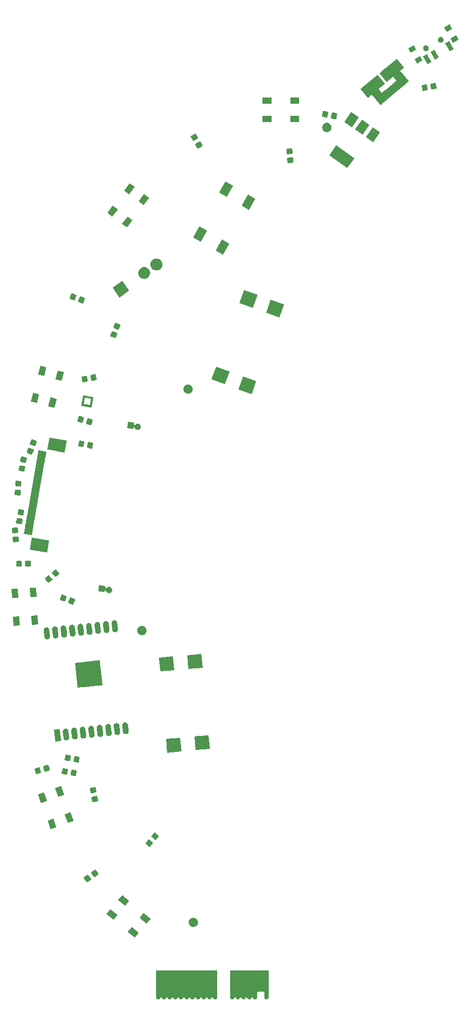
<source format=gts>
G04 #@! TF.GenerationSoftware,KiCad,Pcbnew,5.1.3-ffb9f22~84~ubuntu18.04.1*
G04 #@! TF.CreationDate,2019-10-26T21:40:40-04:00*
G04 #@! TF.ProjectId,swadge-banana,73776164-6765-42d6-9261-6e616e612e6b,rev?*
G04 #@! TF.SameCoordinates,Original*
G04 #@! TF.FileFunction,Soldermask,Top*
G04 #@! TF.FilePolarity,Negative*
%FSLAX46Y46*%
G04 Gerber Fmt 4.6, Leading zero omitted, Abs format (unit mm)*
G04 Created by KiCad (PCBNEW 5.1.3-ffb9f22~84~ubuntu18.04.1) date 2019-10-26 21:40:40*
%MOMM*%
%LPD*%
G04 APERTURE LIST*
%ADD10C,0.100000*%
G04 APERTURE END LIST*
D10*
G36*
X146466000Y-188598689D02*
G01*
X146455443Y-188611553D01*
X146443893Y-188633161D01*
X146423207Y-188683103D01*
X146382058Y-188744686D01*
X146329686Y-188797058D01*
X146268103Y-188838207D01*
X146199675Y-188866550D01*
X146199674Y-188866550D01*
X146199672Y-188866551D01*
X146127034Y-188881000D01*
X146052966Y-188881000D01*
X145980328Y-188866551D01*
X145980326Y-188866550D01*
X145980325Y-188866550D01*
X145911897Y-188838207D01*
X145850314Y-188797058D01*
X145797942Y-188744686D01*
X145756793Y-188683103D01*
X145736107Y-188633161D01*
X145724557Y-188611553D01*
X145709011Y-188592611D01*
X145690069Y-188577066D01*
X145668459Y-188565515D01*
X145645010Y-188558402D01*
X145620624Y-188556000D01*
X145559376Y-188556000D01*
X145534990Y-188558402D01*
X145511541Y-188565515D01*
X145489930Y-188577066D01*
X145470988Y-188592611D01*
X145455443Y-188611553D01*
X145443893Y-188633161D01*
X145423207Y-188683103D01*
X145382058Y-188744686D01*
X145329686Y-188797058D01*
X145268103Y-188838207D01*
X145199675Y-188866550D01*
X145199674Y-188866550D01*
X145199672Y-188866551D01*
X145127034Y-188881000D01*
X145052966Y-188881000D01*
X144980328Y-188866551D01*
X144980326Y-188866550D01*
X144980325Y-188866550D01*
X144911897Y-188838207D01*
X144850314Y-188797058D01*
X144797942Y-188744686D01*
X144756793Y-188683103D01*
X144736107Y-188633161D01*
X144724557Y-188611553D01*
X144709011Y-188592611D01*
X144690069Y-188577066D01*
X144668459Y-188565515D01*
X144645010Y-188558402D01*
X144620624Y-188556000D01*
X144559376Y-188556000D01*
X144534990Y-188558402D01*
X144511541Y-188565515D01*
X144489930Y-188577066D01*
X144470988Y-188592611D01*
X144455443Y-188611553D01*
X144443893Y-188633161D01*
X144423207Y-188683103D01*
X144382058Y-188744686D01*
X144329686Y-188797058D01*
X144268103Y-188838207D01*
X144199675Y-188866550D01*
X144199674Y-188866550D01*
X144199672Y-188866551D01*
X144127034Y-188881000D01*
X144052966Y-188881000D01*
X143980328Y-188866551D01*
X143980326Y-188866550D01*
X143980325Y-188866550D01*
X143911897Y-188838207D01*
X143850314Y-188797058D01*
X143797942Y-188744686D01*
X143756793Y-188683103D01*
X143736107Y-188633161D01*
X143724557Y-188611553D01*
X143709011Y-188592611D01*
X143690069Y-188577066D01*
X143668459Y-188565515D01*
X143645010Y-188558402D01*
X143620624Y-188556000D01*
X143559376Y-188556000D01*
X143534990Y-188558402D01*
X143511541Y-188565515D01*
X143489930Y-188577066D01*
X143470988Y-188592611D01*
X143455443Y-188611553D01*
X143443893Y-188633161D01*
X143423207Y-188683103D01*
X143382058Y-188744686D01*
X143329686Y-188797058D01*
X143268103Y-188838207D01*
X143199675Y-188866550D01*
X143199674Y-188866550D01*
X143199672Y-188866551D01*
X143127034Y-188881000D01*
X143052966Y-188881000D01*
X142980328Y-188866551D01*
X142980326Y-188866550D01*
X142980325Y-188866550D01*
X142911897Y-188838207D01*
X142850314Y-188797058D01*
X142797942Y-188744686D01*
X142756793Y-188683103D01*
X142736107Y-188633161D01*
X142724557Y-188611553D01*
X142709011Y-188592611D01*
X142690069Y-188577066D01*
X142668459Y-188565515D01*
X142645010Y-188558402D01*
X142620624Y-188556000D01*
X142559376Y-188556000D01*
X142534990Y-188558402D01*
X142511541Y-188565515D01*
X142489930Y-188577066D01*
X142470988Y-188592611D01*
X142455443Y-188611553D01*
X142443893Y-188633161D01*
X142423207Y-188683103D01*
X142382058Y-188744686D01*
X142329686Y-188797058D01*
X142268103Y-188838207D01*
X142199675Y-188866550D01*
X142199674Y-188866550D01*
X142199672Y-188866551D01*
X142127034Y-188881000D01*
X142052966Y-188881000D01*
X141980328Y-188866551D01*
X141980326Y-188866550D01*
X141980325Y-188866550D01*
X141911897Y-188838207D01*
X141850314Y-188797058D01*
X141797942Y-188744686D01*
X141756793Y-188683103D01*
X141736107Y-188633161D01*
X141724557Y-188611553D01*
X141709011Y-188592611D01*
X141690069Y-188577066D01*
X141668459Y-188565515D01*
X141645010Y-188558402D01*
X141620624Y-188556000D01*
X141559376Y-188556000D01*
X141534990Y-188558402D01*
X141511541Y-188565515D01*
X141489930Y-188577066D01*
X141470988Y-188592611D01*
X141455443Y-188611553D01*
X141443893Y-188633161D01*
X141423207Y-188683103D01*
X141382058Y-188744686D01*
X141329686Y-188797058D01*
X141268103Y-188838207D01*
X141199675Y-188866550D01*
X141199674Y-188866550D01*
X141199672Y-188866551D01*
X141127034Y-188881000D01*
X141052966Y-188881000D01*
X140980328Y-188866551D01*
X140980326Y-188866550D01*
X140980325Y-188866550D01*
X140911897Y-188838207D01*
X140850314Y-188797058D01*
X140797942Y-188744686D01*
X140756793Y-188683103D01*
X140736107Y-188633161D01*
X140724557Y-188611553D01*
X140709011Y-188592611D01*
X140690069Y-188577066D01*
X140668459Y-188565515D01*
X140645010Y-188558402D01*
X140620624Y-188556000D01*
X140559376Y-188556000D01*
X140534990Y-188558402D01*
X140511541Y-188565515D01*
X140489930Y-188577066D01*
X140470988Y-188592611D01*
X140455443Y-188611553D01*
X140443893Y-188633161D01*
X140423207Y-188683103D01*
X140382058Y-188744686D01*
X140329686Y-188797058D01*
X140268103Y-188838207D01*
X140199675Y-188866550D01*
X140199674Y-188866550D01*
X140199672Y-188866551D01*
X140127034Y-188881000D01*
X140052966Y-188881000D01*
X139980328Y-188866551D01*
X139980326Y-188866550D01*
X139980325Y-188866550D01*
X139911897Y-188838207D01*
X139850314Y-188797058D01*
X139797942Y-188744686D01*
X139756793Y-188683103D01*
X139736107Y-188633161D01*
X139724557Y-188611553D01*
X139709011Y-188592611D01*
X139690069Y-188577066D01*
X139668459Y-188565515D01*
X139645010Y-188558402D01*
X139620624Y-188556000D01*
X139559376Y-188556000D01*
X139534990Y-188558402D01*
X139511541Y-188565515D01*
X139489930Y-188577066D01*
X139470988Y-188592611D01*
X139455443Y-188611553D01*
X139443893Y-188633161D01*
X139423207Y-188683103D01*
X139382058Y-188744686D01*
X139329686Y-188797058D01*
X139268103Y-188838207D01*
X139199675Y-188866550D01*
X139199674Y-188866550D01*
X139199672Y-188866551D01*
X139127034Y-188881000D01*
X139052966Y-188881000D01*
X138980328Y-188866551D01*
X138980326Y-188866550D01*
X138980325Y-188866550D01*
X138911897Y-188838207D01*
X138850314Y-188797058D01*
X138797942Y-188744686D01*
X138756793Y-188683103D01*
X138736107Y-188633161D01*
X138724557Y-188611553D01*
X138709011Y-188592611D01*
X138690069Y-188577066D01*
X138668459Y-188565515D01*
X138645010Y-188558402D01*
X138620624Y-188556000D01*
X138559376Y-188556000D01*
X138534990Y-188558402D01*
X138511541Y-188565515D01*
X138489930Y-188577066D01*
X138470988Y-188592611D01*
X138455443Y-188611553D01*
X138443893Y-188633161D01*
X138423207Y-188683103D01*
X138382058Y-188744686D01*
X138329686Y-188797058D01*
X138268103Y-188838207D01*
X138199675Y-188866550D01*
X138199674Y-188866550D01*
X138199672Y-188866551D01*
X138127034Y-188881000D01*
X138052966Y-188881000D01*
X137980328Y-188866551D01*
X137980326Y-188866550D01*
X137980325Y-188866550D01*
X137911897Y-188838207D01*
X137850314Y-188797058D01*
X137797942Y-188744686D01*
X137756793Y-188683103D01*
X137736107Y-188633161D01*
X137724557Y-188611553D01*
X137709011Y-188592611D01*
X137690069Y-188577066D01*
X137668459Y-188565515D01*
X137645010Y-188558402D01*
X137620624Y-188556000D01*
X137559376Y-188556000D01*
X137534990Y-188558402D01*
X137511541Y-188565515D01*
X137489930Y-188577066D01*
X137470988Y-188592611D01*
X137455443Y-188611553D01*
X137443893Y-188633161D01*
X137423207Y-188683103D01*
X137382058Y-188744686D01*
X137329686Y-188797058D01*
X137268103Y-188838207D01*
X137199675Y-188866550D01*
X137199674Y-188866550D01*
X137199672Y-188866551D01*
X137127034Y-188881000D01*
X137052966Y-188881000D01*
X136980328Y-188866551D01*
X136980326Y-188866550D01*
X136980325Y-188866550D01*
X136911897Y-188838207D01*
X136850314Y-188797058D01*
X136797942Y-188744686D01*
X136756793Y-188683103D01*
X136736107Y-188633161D01*
X136724557Y-188611553D01*
X136709011Y-188592611D01*
X136690069Y-188577066D01*
X136668459Y-188565515D01*
X136645010Y-188558402D01*
X136620624Y-188556000D01*
X136559376Y-188556000D01*
X136534990Y-188558402D01*
X136511541Y-188565515D01*
X136489930Y-188577066D01*
X136470988Y-188592611D01*
X136455443Y-188611553D01*
X136443893Y-188633161D01*
X136423207Y-188683103D01*
X136382058Y-188744686D01*
X136329686Y-188797058D01*
X136268103Y-188838207D01*
X136199675Y-188866550D01*
X136199674Y-188866550D01*
X136199672Y-188866551D01*
X136127034Y-188881000D01*
X136052966Y-188881000D01*
X135980328Y-188866551D01*
X135980326Y-188866550D01*
X135980325Y-188866550D01*
X135911897Y-188838207D01*
X135850314Y-188797058D01*
X135797942Y-188744686D01*
X135756793Y-188683103D01*
X135736107Y-188633161D01*
X135724557Y-188611553D01*
X135714000Y-188598690D01*
X135714000Y-183854000D01*
X146466000Y-183854000D01*
X146466000Y-188598689D01*
X146466000Y-188598689D01*
G37*
G36*
X155466000Y-188598689D02*
G01*
X155455443Y-188611553D01*
X155443893Y-188633161D01*
X155423207Y-188683103D01*
X155382058Y-188744686D01*
X155329686Y-188797058D01*
X155268103Y-188838207D01*
X155199675Y-188866550D01*
X155199674Y-188866550D01*
X155199672Y-188866551D01*
X155127034Y-188881000D01*
X155052966Y-188881000D01*
X154980328Y-188866551D01*
X154980326Y-188866550D01*
X154980325Y-188866550D01*
X154911897Y-188838207D01*
X154850314Y-188797058D01*
X154797942Y-188744686D01*
X154756793Y-188683103D01*
X154736107Y-188633161D01*
X154724557Y-188611553D01*
X154714000Y-188598690D01*
X154714000Y-187680999D01*
X154711598Y-187656613D01*
X154704485Y-187633164D01*
X154692934Y-187611553D01*
X154677389Y-187592611D01*
X154658447Y-187577066D01*
X154636836Y-187565515D01*
X154613387Y-187558402D01*
X154589001Y-187556000D01*
X153590999Y-187556000D01*
X153566613Y-187558402D01*
X153543164Y-187565515D01*
X153521553Y-187577066D01*
X153502611Y-187592611D01*
X153487066Y-187611553D01*
X153475515Y-187633164D01*
X153468402Y-187656613D01*
X153466000Y-187680999D01*
X153466000Y-188598689D01*
X153455443Y-188611553D01*
X153443893Y-188633161D01*
X153423207Y-188683103D01*
X153382058Y-188744686D01*
X153329686Y-188797058D01*
X153268103Y-188838207D01*
X153199675Y-188866550D01*
X153199674Y-188866550D01*
X153199672Y-188866551D01*
X153127034Y-188881000D01*
X153052966Y-188881000D01*
X152980328Y-188866551D01*
X152980326Y-188866550D01*
X152980325Y-188866550D01*
X152911897Y-188838207D01*
X152850314Y-188797058D01*
X152797942Y-188744686D01*
X152756793Y-188683103D01*
X152736107Y-188633161D01*
X152724557Y-188611553D01*
X152709011Y-188592611D01*
X152690069Y-188577066D01*
X152668459Y-188565515D01*
X152645010Y-188558402D01*
X152620624Y-188556000D01*
X152559376Y-188556000D01*
X152534990Y-188558402D01*
X152511541Y-188565515D01*
X152489930Y-188577066D01*
X152470988Y-188592611D01*
X152455443Y-188611553D01*
X152443893Y-188633161D01*
X152423207Y-188683103D01*
X152382058Y-188744686D01*
X152329686Y-188797058D01*
X152268103Y-188838207D01*
X152199675Y-188866550D01*
X152199674Y-188866550D01*
X152199672Y-188866551D01*
X152127034Y-188881000D01*
X152052966Y-188881000D01*
X151980328Y-188866551D01*
X151980326Y-188866550D01*
X151980325Y-188866550D01*
X151911897Y-188838207D01*
X151850314Y-188797058D01*
X151797942Y-188744686D01*
X151756793Y-188683103D01*
X151736107Y-188633161D01*
X151724557Y-188611553D01*
X151709011Y-188592611D01*
X151690069Y-188577066D01*
X151668459Y-188565515D01*
X151645010Y-188558402D01*
X151620624Y-188556000D01*
X151559376Y-188556000D01*
X151534990Y-188558402D01*
X151511541Y-188565515D01*
X151489930Y-188577066D01*
X151470988Y-188592611D01*
X151455443Y-188611553D01*
X151443893Y-188633161D01*
X151423207Y-188683103D01*
X151382058Y-188744686D01*
X151329686Y-188797058D01*
X151268103Y-188838207D01*
X151199675Y-188866550D01*
X151199674Y-188866550D01*
X151199672Y-188866551D01*
X151127034Y-188881000D01*
X151052966Y-188881000D01*
X150980328Y-188866551D01*
X150980326Y-188866550D01*
X150980325Y-188866550D01*
X150911897Y-188838207D01*
X150850314Y-188797058D01*
X150797942Y-188744686D01*
X150756793Y-188683103D01*
X150736107Y-188633161D01*
X150724557Y-188611553D01*
X150709011Y-188592611D01*
X150690069Y-188577066D01*
X150668459Y-188565515D01*
X150645010Y-188558402D01*
X150620624Y-188556000D01*
X150559376Y-188556000D01*
X150534990Y-188558402D01*
X150511541Y-188565515D01*
X150489930Y-188577066D01*
X150470988Y-188592611D01*
X150455443Y-188611553D01*
X150443893Y-188633161D01*
X150423207Y-188683103D01*
X150382058Y-188744686D01*
X150329686Y-188797058D01*
X150268103Y-188838207D01*
X150199675Y-188866550D01*
X150199674Y-188866550D01*
X150199672Y-188866551D01*
X150127034Y-188881000D01*
X150052966Y-188881000D01*
X149980328Y-188866551D01*
X149980326Y-188866550D01*
X149980325Y-188866550D01*
X149911897Y-188838207D01*
X149850314Y-188797058D01*
X149797942Y-188744686D01*
X149756793Y-188683103D01*
X149736107Y-188633161D01*
X149724557Y-188611553D01*
X149709011Y-188592611D01*
X149690069Y-188577066D01*
X149668459Y-188565515D01*
X149645010Y-188558402D01*
X149620624Y-188556000D01*
X149559376Y-188556000D01*
X149534990Y-188558402D01*
X149511541Y-188565515D01*
X149489930Y-188577066D01*
X149470988Y-188592611D01*
X149455443Y-188611553D01*
X149443893Y-188633161D01*
X149423207Y-188683103D01*
X149382058Y-188744686D01*
X149329686Y-188797058D01*
X149268103Y-188838207D01*
X149199675Y-188866550D01*
X149199674Y-188866550D01*
X149199672Y-188866551D01*
X149127034Y-188881000D01*
X149052966Y-188881000D01*
X148980328Y-188866551D01*
X148980326Y-188866550D01*
X148980325Y-188866550D01*
X148911897Y-188838207D01*
X148850314Y-188797058D01*
X148797942Y-188744686D01*
X148756793Y-188683103D01*
X148736107Y-188633161D01*
X148724557Y-188611553D01*
X148714000Y-188598690D01*
X148714000Y-183854000D01*
X155466000Y-183854000D01*
X155466000Y-188598689D01*
X155466000Y-188598689D01*
G37*
G36*
X132666127Y-177203283D02*
G01*
X131957775Y-178047464D01*
X130730571Y-177017719D01*
X131438923Y-176173538D01*
X132666127Y-177203283D01*
X132666127Y-177203283D01*
G37*
G36*
X142482685Y-174573250D02*
G01*
X142631189Y-174634762D01*
X142631190Y-174634763D01*
X142764835Y-174724061D01*
X142878499Y-174837725D01*
X142918642Y-174897804D01*
X142967798Y-174971371D01*
X143029310Y-175119875D01*
X143060668Y-175277522D01*
X143060668Y-175438262D01*
X143029310Y-175595909D01*
X142967798Y-175744413D01*
X142967797Y-175744414D01*
X142878499Y-175878059D01*
X142764835Y-175991723D01*
X142664601Y-176058696D01*
X142631189Y-176081022D01*
X142482685Y-176142534D01*
X142325038Y-176173892D01*
X142164298Y-176173892D01*
X142006651Y-176142534D01*
X141932398Y-176111777D01*
X141858147Y-176081022D01*
X141824735Y-176058697D01*
X141724501Y-175991723D01*
X141610837Y-175878059D01*
X141521539Y-175744414D01*
X141521538Y-175744413D01*
X141460026Y-175595909D01*
X141428668Y-175438262D01*
X141428668Y-175277522D01*
X141460026Y-175119875D01*
X141490783Y-175045622D01*
X141521538Y-174971371D01*
X141570694Y-174897804D01*
X141610837Y-174837725D01*
X141724501Y-174724061D01*
X141858146Y-174634763D01*
X141858147Y-174634762D01*
X141932398Y-174604007D01*
X142006651Y-174573250D01*
X142164298Y-174541892D01*
X142325038Y-174541892D01*
X142482685Y-174573250D01*
X142482685Y-174573250D01*
G37*
G36*
X134723047Y-174751941D02*
G01*
X134014695Y-175596122D01*
X132787491Y-174566377D01*
X133495843Y-173722196D01*
X134723047Y-174751941D01*
X134723047Y-174751941D01*
G37*
G36*
X128912509Y-174053623D02*
G01*
X128204157Y-174897804D01*
X126976953Y-173868059D01*
X127685305Y-173023878D01*
X128912509Y-174053623D01*
X128912509Y-174053623D01*
G37*
G36*
X130969429Y-171602281D02*
G01*
X130261077Y-172446462D01*
X129033873Y-171416717D01*
X129742225Y-170572536D01*
X130969429Y-171602281D01*
X130969429Y-171602281D01*
G37*
G36*
X123730197Y-167045360D02*
G01*
X123764392Y-167054924D01*
X123796065Y-167070975D01*
X123824006Y-167092904D01*
X123851144Y-167124538D01*
X123883469Y-167170703D01*
X124121042Y-167509992D01*
X124239001Y-167678456D01*
X124259453Y-167714788D01*
X124270499Y-167748533D01*
X124274749Y-167783785D01*
X124272040Y-167819196D01*
X124262476Y-167853390D01*
X124246423Y-167885068D01*
X124224496Y-167913007D01*
X124192862Y-167940145D01*
X123700381Y-168284983D01*
X123664049Y-168305435D01*
X123630304Y-168316481D01*
X123595051Y-168320731D01*
X123559639Y-168318022D01*
X123525444Y-168308458D01*
X123493771Y-168292407D01*
X123465830Y-168270478D01*
X123438692Y-168238844D01*
X123174065Y-167860917D01*
X123083157Y-167731087D01*
X123083156Y-167731085D01*
X123050835Y-167684926D01*
X123030383Y-167648594D01*
X123019337Y-167614849D01*
X123015087Y-167579597D01*
X123017796Y-167544186D01*
X123027360Y-167509992D01*
X123043413Y-167478314D01*
X123065340Y-167450375D01*
X123096974Y-167423237D01*
X123589455Y-167078399D01*
X123625787Y-167057947D01*
X123659532Y-167046901D01*
X123694785Y-167042651D01*
X123730197Y-167045360D01*
X123730197Y-167045360D01*
G37*
G36*
X125020361Y-166141978D02*
G01*
X125054556Y-166151542D01*
X125086229Y-166167593D01*
X125114170Y-166189522D01*
X125141308Y-166221156D01*
X125173633Y-166267321D01*
X125411206Y-166606610D01*
X125529165Y-166775074D01*
X125549617Y-166811406D01*
X125560663Y-166845151D01*
X125564913Y-166880403D01*
X125562204Y-166915814D01*
X125552640Y-166950008D01*
X125536587Y-166981686D01*
X125514660Y-167009625D01*
X125483026Y-167036763D01*
X124990545Y-167381601D01*
X124954213Y-167402053D01*
X124920468Y-167413099D01*
X124885215Y-167417349D01*
X124849803Y-167414640D01*
X124815608Y-167405076D01*
X124783935Y-167389025D01*
X124755994Y-167367096D01*
X124728856Y-167335462D01*
X124548859Y-167078399D01*
X124373321Y-166827705D01*
X124373320Y-166827703D01*
X124340999Y-166781544D01*
X124320547Y-166745212D01*
X124309501Y-166711467D01*
X124305251Y-166676215D01*
X124307960Y-166640804D01*
X124317524Y-166606610D01*
X124333577Y-166574932D01*
X124355504Y-166546993D01*
X124387138Y-166519855D01*
X124879619Y-166175017D01*
X124915951Y-166154565D01*
X124949696Y-166143519D01*
X124984949Y-166139269D01*
X125020361Y-166141978D01*
X125020361Y-166141978D01*
G37*
G36*
X134453186Y-160835408D02*
G01*
X134487937Y-160842715D01*
X134520593Y-160856661D01*
X134554990Y-160880191D01*
X134598166Y-160916420D01*
X134598169Y-160916422D01*
X134955304Y-161216094D01*
X135073010Y-161314861D01*
X135102160Y-161344655D01*
X135121562Y-161374390D01*
X135134794Y-161407347D01*
X135141342Y-161442249D01*
X135140954Y-161477758D01*
X135133647Y-161512509D01*
X135119701Y-161545166D01*
X135096173Y-161579559D01*
X135059941Y-161622739D01*
X135059940Y-161622740D01*
X134745938Y-161996953D01*
X134745934Y-161996957D01*
X134709710Y-162040127D01*
X134679917Y-162069278D01*
X134650182Y-162088680D01*
X134617225Y-162101912D01*
X134582323Y-162108460D01*
X134546814Y-162108072D01*
X134512063Y-162100765D01*
X134479407Y-162086819D01*
X134445010Y-162063289D01*
X134401834Y-162027060D01*
X134401831Y-162027058D01*
X133970165Y-161664847D01*
X133926990Y-161628619D01*
X133897840Y-161598825D01*
X133878438Y-161569090D01*
X133865206Y-161536133D01*
X133858658Y-161501231D01*
X133859046Y-161465722D01*
X133866353Y-161430971D01*
X133880299Y-161398314D01*
X133903827Y-161363921D01*
X133975392Y-161278633D01*
X134254062Y-160946527D01*
X134254066Y-160946523D01*
X134290290Y-160903353D01*
X134320083Y-160874202D01*
X134349818Y-160854800D01*
X134382775Y-160841568D01*
X134417677Y-160835020D01*
X134453186Y-160835408D01*
X134453186Y-160835408D01*
G37*
G36*
X135465576Y-159628888D02*
G01*
X135500327Y-159636195D01*
X135532983Y-159650141D01*
X135567380Y-159673671D01*
X135610556Y-159709900D01*
X135610559Y-159709902D01*
X135967694Y-160009574D01*
X136085400Y-160108341D01*
X136114550Y-160138135D01*
X136133952Y-160167870D01*
X136147184Y-160200827D01*
X136153732Y-160235729D01*
X136153344Y-160271238D01*
X136146037Y-160305989D01*
X136132091Y-160338646D01*
X136108563Y-160373039D01*
X136072331Y-160416219D01*
X136072330Y-160416220D01*
X135758328Y-160790433D01*
X135758324Y-160790437D01*
X135722100Y-160833607D01*
X135692307Y-160862758D01*
X135662572Y-160882160D01*
X135629615Y-160895392D01*
X135594713Y-160901940D01*
X135559204Y-160901552D01*
X135524453Y-160894245D01*
X135491797Y-160880299D01*
X135457400Y-160856769D01*
X135414224Y-160820540D01*
X135414221Y-160820538D01*
X134982555Y-160458327D01*
X134939380Y-160422099D01*
X134910230Y-160392305D01*
X134890828Y-160362570D01*
X134877596Y-160329613D01*
X134871048Y-160294711D01*
X134871436Y-160259202D01*
X134878743Y-160224451D01*
X134892689Y-160191794D01*
X134916217Y-160157401D01*
X134987782Y-160072113D01*
X135266452Y-159740007D01*
X135266456Y-159740003D01*
X135302680Y-159696833D01*
X135332473Y-159667682D01*
X135362208Y-159648280D01*
X135395165Y-159635048D01*
X135430067Y-159628500D01*
X135465576Y-159628888D01*
X135465576Y-159628888D01*
G37*
G36*
X118201170Y-158663720D02*
G01*
X117165629Y-159040626D01*
X116617712Y-157535239D01*
X116617712Y-157535238D01*
X117653253Y-157158332D01*
X118201170Y-158663720D01*
X118201170Y-158663720D01*
G37*
G36*
X121195806Y-157535238D02*
G01*
X121208187Y-157569256D01*
X120172646Y-157946162D01*
X119624729Y-156440775D01*
X119624729Y-156440774D01*
X120660270Y-156063868D01*
X121195806Y-157535238D01*
X121195806Y-157535238D01*
G37*
G36*
X116524612Y-154057414D02*
G01*
X116525271Y-154059226D01*
X115489730Y-154436132D01*
X114941813Y-152930745D01*
X114941813Y-152930744D01*
X115977354Y-152553838D01*
X116524612Y-154057414D01*
X116524612Y-154057414D01*
G37*
G36*
X125261708Y-153186816D02*
G01*
X125295453Y-153197862D01*
X125326404Y-153215284D01*
X125353350Y-153238401D01*
X125375279Y-153266342D01*
X125391330Y-153298015D01*
X125402556Y-153338153D01*
X125506957Y-153930237D01*
X125510137Y-153971801D01*
X125505887Y-154007050D01*
X125494839Y-154040803D01*
X125477419Y-154071750D01*
X125454301Y-154098697D01*
X125426364Y-154120623D01*
X125394686Y-154136676D01*
X125354550Y-154147902D01*
X125299045Y-154157689D01*
X124744106Y-154255540D01*
X124744103Y-154255540D01*
X124688605Y-154265326D01*
X124647041Y-154268506D01*
X124611788Y-154264256D01*
X124578043Y-154253210D01*
X124547092Y-154235788D01*
X124520146Y-154212671D01*
X124498217Y-154184730D01*
X124482166Y-154153057D01*
X124470940Y-154112919D01*
X124366539Y-153520835D01*
X124363359Y-153479271D01*
X124367609Y-153444022D01*
X124378657Y-153410269D01*
X124396077Y-153379322D01*
X124419195Y-153352375D01*
X124447132Y-153330449D01*
X124478810Y-153314396D01*
X124518946Y-153303170D01*
X124886269Y-153238401D01*
X125129390Y-153195532D01*
X125129393Y-153195532D01*
X125184891Y-153185746D01*
X125226455Y-153182566D01*
X125261708Y-153186816D01*
X125261708Y-153186816D01*
G37*
G36*
X119519907Y-152930744D02*
G01*
X119532288Y-152964762D01*
X118496747Y-153341668D01*
X117948830Y-151836281D01*
X117948830Y-151836280D01*
X118984371Y-151459374D01*
X119519907Y-152930744D01*
X119519907Y-152930744D01*
G37*
G36*
X124988212Y-151635744D02*
G01*
X125021957Y-151646790D01*
X125052908Y-151664212D01*
X125079854Y-151687329D01*
X125101783Y-151715270D01*
X125117834Y-151746943D01*
X125129060Y-151787081D01*
X125233461Y-152379165D01*
X125236641Y-152420729D01*
X125232391Y-152455978D01*
X125221343Y-152489731D01*
X125203923Y-152520678D01*
X125180805Y-152547625D01*
X125152868Y-152569551D01*
X125121190Y-152585604D01*
X125081054Y-152596830D01*
X125025549Y-152606617D01*
X124470610Y-152704468D01*
X124470607Y-152704468D01*
X124415109Y-152714254D01*
X124373545Y-152717434D01*
X124338292Y-152713184D01*
X124304547Y-152702138D01*
X124273596Y-152684716D01*
X124246650Y-152661599D01*
X124224721Y-152633658D01*
X124208670Y-152601985D01*
X124197444Y-152561847D01*
X124093043Y-151969763D01*
X124089863Y-151928199D01*
X124094113Y-151892950D01*
X124105161Y-151859197D01*
X124122581Y-151828250D01*
X124145699Y-151801303D01*
X124173636Y-151779377D01*
X124205314Y-151763324D01*
X124245450Y-151752098D01*
X124612773Y-151687329D01*
X124855894Y-151644460D01*
X124855897Y-151644460D01*
X124911395Y-151634674D01*
X124952959Y-151631494D01*
X124988212Y-151635744D01*
X124988212Y-151635744D01*
G37*
G36*
X121017635Y-148588339D02*
G01*
X121609719Y-148692740D01*
X121649855Y-148703966D01*
X121681533Y-148720019D01*
X121709470Y-148741945D01*
X121732588Y-148768892D01*
X121750008Y-148799839D01*
X121761056Y-148833592D01*
X121765306Y-148868841D01*
X121762126Y-148910405D01*
X121752340Y-148965903D01*
X121752340Y-148965906D01*
X121675986Y-149398932D01*
X121644702Y-149576350D01*
X121633476Y-149616488D01*
X121617425Y-149648161D01*
X121595496Y-149676102D01*
X121568550Y-149699219D01*
X121537599Y-149716641D01*
X121503854Y-149727687D01*
X121468601Y-149731937D01*
X121427037Y-149728757D01*
X120834953Y-149624356D01*
X120794817Y-149613130D01*
X120763139Y-149597077D01*
X120735202Y-149575151D01*
X120712084Y-149548204D01*
X120694664Y-149517257D01*
X120683616Y-149483504D01*
X120679366Y-149448255D01*
X120682546Y-149406691D01*
X120692391Y-149350860D01*
X120790183Y-148796251D01*
X120799970Y-148740746D01*
X120811196Y-148700608D01*
X120827247Y-148668935D01*
X120849176Y-148640994D01*
X120876122Y-148617877D01*
X120907073Y-148600455D01*
X120940818Y-148589409D01*
X120976071Y-148585159D01*
X121017635Y-148588339D01*
X121017635Y-148588339D01*
G37*
G36*
X119466563Y-148314843D02*
G01*
X120058647Y-148419244D01*
X120098783Y-148430470D01*
X120130461Y-148446523D01*
X120158398Y-148468449D01*
X120181516Y-148495396D01*
X120198936Y-148526343D01*
X120209984Y-148560096D01*
X120214234Y-148595345D01*
X120211054Y-148636909D01*
X120201268Y-148692407D01*
X120201268Y-148692410D01*
X120135347Y-149066264D01*
X120093630Y-149302854D01*
X120082404Y-149342992D01*
X120066353Y-149374665D01*
X120044424Y-149402606D01*
X120017478Y-149425723D01*
X119986527Y-149443145D01*
X119952782Y-149454191D01*
X119917529Y-149458441D01*
X119875965Y-149455261D01*
X119283881Y-149350860D01*
X119243745Y-149339634D01*
X119212067Y-149323581D01*
X119184130Y-149301655D01*
X119161012Y-149274708D01*
X119143592Y-149243761D01*
X119132544Y-149210008D01*
X119128294Y-149174759D01*
X119131474Y-149133195D01*
X119143276Y-149066264D01*
X119239111Y-148522755D01*
X119248898Y-148467250D01*
X119260124Y-148427112D01*
X119276175Y-148395439D01*
X119298104Y-148367498D01*
X119325050Y-148344381D01*
X119356001Y-148326959D01*
X119389746Y-148315913D01*
X119424999Y-148311663D01*
X119466563Y-148314843D01*
X119466563Y-148314843D01*
G37*
G36*
X115145174Y-148187311D02*
G01*
X115179763Y-148195376D01*
X115212103Y-148210029D01*
X115240966Y-148230713D01*
X115265244Y-148256634D01*
X115283998Y-148286791D01*
X115298677Y-148325793D01*
X115387859Y-148658624D01*
X115457704Y-148919287D01*
X115473696Y-148978972D01*
X115480486Y-149020103D01*
X115479325Y-149055589D01*
X115471261Y-149090174D01*
X115456604Y-149122520D01*
X115435921Y-149151384D01*
X115410003Y-149175659D01*
X115379845Y-149194413D01*
X115340843Y-149209092D01*
X114760109Y-149364700D01*
X114718979Y-149371490D01*
X114683492Y-149370329D01*
X114648903Y-149362264D01*
X114616563Y-149347611D01*
X114587700Y-149326927D01*
X114563422Y-149301006D01*
X114544668Y-149270849D01*
X114529989Y-149231847D01*
X114405940Y-148768892D01*
X114369556Y-148633104D01*
X114369556Y-148633103D01*
X114354970Y-148578668D01*
X114348180Y-148537537D01*
X114349341Y-148502051D01*
X114357405Y-148467466D01*
X114372062Y-148435120D01*
X114392745Y-148406256D01*
X114418663Y-148381981D01*
X114448821Y-148363227D01*
X114487823Y-148348548D01*
X115068557Y-148192940D01*
X115109687Y-148186150D01*
X115145174Y-148187311D01*
X115145174Y-148187311D01*
G37*
G36*
X116666508Y-147779671D02*
G01*
X116701097Y-147787736D01*
X116733437Y-147802389D01*
X116762300Y-147823073D01*
X116786578Y-147848994D01*
X116805332Y-147879151D01*
X116820011Y-147918153D01*
X116857972Y-148059826D01*
X116961920Y-148447762D01*
X116995030Y-148571332D01*
X117001820Y-148612463D01*
X117000659Y-148647949D01*
X116992595Y-148682534D01*
X116977938Y-148714880D01*
X116957255Y-148743744D01*
X116931337Y-148768019D01*
X116901179Y-148786773D01*
X116862177Y-148801452D01*
X116281443Y-148957060D01*
X116240313Y-148963850D01*
X116204826Y-148962689D01*
X116170237Y-148954624D01*
X116137897Y-148939971D01*
X116109034Y-148919287D01*
X116084756Y-148893366D01*
X116066002Y-148863209D01*
X116051323Y-148824207D01*
X115892622Y-148231927D01*
X115890890Y-148225464D01*
X115890890Y-148225463D01*
X115876304Y-148171028D01*
X115869514Y-148129897D01*
X115870675Y-148094411D01*
X115878739Y-148059826D01*
X115893396Y-148027480D01*
X115914079Y-147998616D01*
X115939997Y-147974341D01*
X115970155Y-147955587D01*
X116009157Y-147940908D01*
X116589891Y-147785300D01*
X116631021Y-147778510D01*
X116666508Y-147779671D01*
X116666508Y-147779671D01*
G37*
G36*
X121520835Y-146216539D02*
G01*
X122112919Y-146320940D01*
X122153055Y-146332166D01*
X122184733Y-146348219D01*
X122212670Y-146370145D01*
X122235788Y-146397092D01*
X122253208Y-146428039D01*
X122264256Y-146461792D01*
X122268506Y-146497041D01*
X122265326Y-146538605D01*
X122255540Y-146594103D01*
X122255540Y-146594106D01*
X122179186Y-147027132D01*
X122147902Y-147204550D01*
X122136676Y-147244688D01*
X122120625Y-147276361D01*
X122098696Y-147304302D01*
X122071750Y-147327419D01*
X122040799Y-147344841D01*
X122007054Y-147355887D01*
X121971801Y-147360137D01*
X121930237Y-147356957D01*
X121338153Y-147252556D01*
X121298017Y-147241330D01*
X121266339Y-147225277D01*
X121238402Y-147203351D01*
X121215284Y-147176404D01*
X121197864Y-147145457D01*
X121186816Y-147111704D01*
X121182566Y-147076455D01*
X121185746Y-147034891D01*
X121195591Y-146979060D01*
X121293383Y-146424451D01*
X121303170Y-146368946D01*
X121314396Y-146328808D01*
X121330447Y-146297135D01*
X121352376Y-146269194D01*
X121379322Y-146246077D01*
X121410273Y-146228655D01*
X121444018Y-146217609D01*
X121479271Y-146213359D01*
X121520835Y-146216539D01*
X121520835Y-146216539D01*
G37*
G36*
X119969763Y-145943043D02*
G01*
X120561847Y-146047444D01*
X120601983Y-146058670D01*
X120633661Y-146074723D01*
X120661598Y-146096649D01*
X120684716Y-146123596D01*
X120702136Y-146154543D01*
X120713184Y-146188296D01*
X120717434Y-146223545D01*
X120714254Y-146265109D01*
X120704468Y-146320607D01*
X120704468Y-146320610D01*
X120686158Y-146424451D01*
X120596830Y-146931054D01*
X120585604Y-146971192D01*
X120569553Y-147002865D01*
X120547624Y-147030806D01*
X120520678Y-147053923D01*
X120489727Y-147071345D01*
X120455982Y-147082391D01*
X120420729Y-147086641D01*
X120379165Y-147083461D01*
X119787081Y-146979060D01*
X119746945Y-146967834D01*
X119715267Y-146951781D01*
X119687330Y-146929855D01*
X119664212Y-146902908D01*
X119646792Y-146871961D01*
X119635744Y-146838208D01*
X119631494Y-146802959D01*
X119634674Y-146761395D01*
X119664172Y-146594106D01*
X119742311Y-146150955D01*
X119752098Y-146095450D01*
X119763324Y-146055312D01*
X119779375Y-146023639D01*
X119801304Y-145995698D01*
X119828250Y-145972581D01*
X119859201Y-145955159D01*
X119892946Y-145944113D01*
X119928199Y-145939863D01*
X119969763Y-145943043D01*
X119969763Y-145943043D01*
G37*
G36*
X140156641Y-145373798D02*
G01*
X137664162Y-145591862D01*
X137664161Y-145591862D01*
X137454813Y-143199002D01*
X139947292Y-142980938D01*
X139947293Y-142980938D01*
X140156641Y-145373798D01*
X140156641Y-145373798D01*
G37*
G36*
X145137615Y-144938020D02*
G01*
X142645136Y-145156084D01*
X142645135Y-145156084D01*
X142435787Y-142763224D01*
X143109759Y-142704259D01*
X144928266Y-142545160D01*
X144928267Y-142545160D01*
X145137615Y-144938020D01*
X145137615Y-144938020D01*
G37*
G36*
X118983115Y-143542874D02*
G01*
X117986604Y-143647611D01*
X117766885Y-141557126D01*
X118763396Y-141452389D01*
X118983115Y-143542874D01*
X118983115Y-143542874D01*
G37*
G36*
X119952271Y-141363528D02*
G01*
X120001027Y-141383350D01*
X120043694Y-141400697D01*
X120048318Y-141403743D01*
X120126107Y-141454986D01*
X120196345Y-141524312D01*
X120251709Y-141606007D01*
X120290072Y-141696934D01*
X120304974Y-141769374D01*
X120304975Y-141769387D01*
X120304976Y-141769390D01*
X120403236Y-142704259D01*
X120425102Y-142912302D01*
X120425586Y-142986257D01*
X120409684Y-143069025D01*
X120406966Y-143083173D01*
X120369797Y-143174596D01*
X120369770Y-143174637D01*
X120315508Y-143257009D01*
X120246182Y-143327247D01*
X120164487Y-143382611D01*
X120073560Y-143420974D01*
X119976896Y-143440860D01*
X119878210Y-143441506D01*
X119781295Y-143422886D01*
X119689874Y-143385718D01*
X119607459Y-143331428D01*
X119537221Y-143262102D01*
X119481857Y-143180407D01*
X119443494Y-143089480D01*
X119428592Y-143017040D01*
X119425357Y-142986257D01*
X119308465Y-141874121D01*
X119308465Y-141874120D01*
X119308464Y-141874111D01*
X119307980Y-141800157D01*
X119326600Y-141703241D01*
X119363768Y-141611820D01*
X119418058Y-141529405D01*
X119487384Y-141459167D01*
X119569079Y-141403803D01*
X119660006Y-141365440D01*
X119756670Y-141345554D01*
X119855355Y-141344908D01*
X119952271Y-141363528D01*
X119952271Y-141363528D01*
G37*
G36*
X121444054Y-141206736D02*
G01*
X121508318Y-141232863D01*
X121535477Y-141243905D01*
X121540101Y-141246951D01*
X121617890Y-141298194D01*
X121688128Y-141367520D01*
X121743492Y-141449215D01*
X121781855Y-141540142D01*
X121796757Y-141612582D01*
X121796758Y-141612595D01*
X121796759Y-141612598D01*
X121912105Y-142710029D01*
X121916885Y-142755510D01*
X121917369Y-142829465D01*
X121898749Y-142926381D01*
X121863265Y-143013661D01*
X121861580Y-143017804D01*
X121857753Y-143023613D01*
X121807291Y-143100217D01*
X121737965Y-143170455D01*
X121656270Y-143225819D01*
X121565343Y-143264182D01*
X121468679Y-143284068D01*
X121369993Y-143284714D01*
X121273078Y-143266094D01*
X121181657Y-143228926D01*
X121099242Y-143174636D01*
X121029004Y-143105310D01*
X120973640Y-143023615D01*
X120935277Y-142932688D01*
X120920375Y-142860248D01*
X120920020Y-142856868D01*
X120800248Y-141717329D01*
X120800248Y-141717328D01*
X120800247Y-141717319D01*
X120799763Y-141643365D01*
X120818383Y-141546449D01*
X120855551Y-141455028D01*
X120855579Y-141454986D01*
X120862153Y-141445006D01*
X120909841Y-141372613D01*
X120979167Y-141302375D01*
X121060862Y-141247011D01*
X121151789Y-141208648D01*
X121248453Y-141188762D01*
X121347138Y-141188116D01*
X121444054Y-141206736D01*
X121444054Y-141206736D01*
G37*
G36*
X122935837Y-141049943D02*
G01*
X122984593Y-141069765D01*
X123027260Y-141087112D01*
X123031884Y-141090158D01*
X123109673Y-141141401D01*
X123179911Y-141210727D01*
X123235275Y-141292422D01*
X123273638Y-141383349D01*
X123288540Y-141455789D01*
X123288541Y-141455802D01*
X123288542Y-141455805D01*
X123387408Y-142396442D01*
X123408668Y-142598717D01*
X123409152Y-142672672D01*
X123390532Y-142769588D01*
X123355048Y-142856868D01*
X123353363Y-142861011D01*
X123349536Y-142866820D01*
X123299074Y-142943424D01*
X123229748Y-143013662D01*
X123148053Y-143069026D01*
X123057126Y-143107389D01*
X122960462Y-143127275D01*
X122861776Y-143127921D01*
X122764861Y-143109301D01*
X122673440Y-143072133D01*
X122591025Y-143017843D01*
X122520787Y-142948517D01*
X122465423Y-142866822D01*
X122427060Y-142775895D01*
X122412158Y-142703455D01*
X122408923Y-142672672D01*
X122292031Y-141560536D01*
X122292031Y-141560535D01*
X122292030Y-141560526D01*
X122291546Y-141486572D01*
X122310166Y-141389656D01*
X122347334Y-141298235D01*
X122347362Y-141298193D01*
X122353936Y-141288213D01*
X122401624Y-141215820D01*
X122470950Y-141145582D01*
X122552645Y-141090218D01*
X122643572Y-141051855D01*
X122740236Y-141031969D01*
X122838921Y-141031323D01*
X122935837Y-141049943D01*
X122935837Y-141049943D01*
G37*
G36*
X124427619Y-140893150D02*
G01*
X124476375Y-140912972D01*
X124519042Y-140930319D01*
X124523666Y-140933365D01*
X124601455Y-140984608D01*
X124671693Y-141053934D01*
X124727057Y-141135629D01*
X124765420Y-141226556D01*
X124780322Y-141298996D01*
X124780323Y-141299009D01*
X124780324Y-141299012D01*
X124879190Y-142239649D01*
X124900450Y-142441924D01*
X124900934Y-142515879D01*
X124885019Y-142598717D01*
X124882314Y-142612795D01*
X124845145Y-142704218D01*
X124845118Y-142704259D01*
X124790856Y-142786631D01*
X124721530Y-142856869D01*
X124639835Y-142912233D01*
X124548908Y-142950596D01*
X124452244Y-142970482D01*
X124353558Y-142971128D01*
X124256643Y-142952508D01*
X124165222Y-142915340D01*
X124082807Y-142861050D01*
X124012569Y-142791724D01*
X123957205Y-142710029D01*
X123918842Y-142619102D01*
X123903940Y-142546662D01*
X123900705Y-142515879D01*
X123783813Y-141403743D01*
X123783813Y-141403742D01*
X123783812Y-141403733D01*
X123783328Y-141329779D01*
X123801948Y-141232863D01*
X123839116Y-141141442D01*
X123839144Y-141141400D01*
X123845718Y-141131420D01*
X123893406Y-141059027D01*
X123962732Y-140988789D01*
X124044427Y-140933425D01*
X124135354Y-140895062D01*
X124232018Y-140875176D01*
X124330703Y-140874530D01*
X124427619Y-140893150D01*
X124427619Y-140893150D01*
G37*
G36*
X125919402Y-140736358D02*
G01*
X126010823Y-140773526D01*
X126093238Y-140827816D01*
X126163476Y-140897142D01*
X126218840Y-140978837D01*
X126257203Y-141069764D01*
X126272105Y-141142204D01*
X126272106Y-141142217D01*
X126272107Y-141142220D01*
X126387453Y-142239651D01*
X126392233Y-142285132D01*
X126392717Y-142359087D01*
X126374097Y-142456003D01*
X126338613Y-142543283D01*
X126336928Y-142547426D01*
X126333101Y-142553235D01*
X126282639Y-142629839D01*
X126213313Y-142700077D01*
X126131618Y-142755441D01*
X126040691Y-142793804D01*
X125944027Y-142813690D01*
X125845341Y-142814336D01*
X125748426Y-142795716D01*
X125657005Y-142758548D01*
X125574590Y-142704258D01*
X125504352Y-142634932D01*
X125448988Y-142553237D01*
X125410625Y-142462310D01*
X125395723Y-142389870D01*
X125395368Y-142386490D01*
X125275596Y-141246951D01*
X125275596Y-141246950D01*
X125275595Y-141246941D01*
X125275111Y-141172987D01*
X125293731Y-141076071D01*
X125330899Y-140984650D01*
X125330927Y-140984608D01*
X125337501Y-140974628D01*
X125385189Y-140902235D01*
X125454515Y-140831997D01*
X125536210Y-140776633D01*
X125627137Y-140738270D01*
X125723801Y-140718384D01*
X125822486Y-140717738D01*
X125919402Y-140736358D01*
X125919402Y-140736358D01*
G37*
G36*
X127411185Y-140579565D02*
G01*
X127502606Y-140616733D01*
X127585021Y-140671023D01*
X127655259Y-140740349D01*
X127710623Y-140822044D01*
X127748986Y-140912971D01*
X127763888Y-140985411D01*
X127763889Y-140985424D01*
X127763890Y-140985427D01*
X127879236Y-142082858D01*
X127884016Y-142128339D01*
X127884500Y-142202294D01*
X127865880Y-142299210D01*
X127830396Y-142386490D01*
X127828711Y-142390633D01*
X127824884Y-142396442D01*
X127774422Y-142473046D01*
X127705096Y-142543284D01*
X127623401Y-142598648D01*
X127532474Y-142637011D01*
X127435810Y-142656897D01*
X127337124Y-142657543D01*
X127240209Y-142638923D01*
X127148788Y-142601755D01*
X127066373Y-142547465D01*
X126996135Y-142478139D01*
X126940771Y-142396444D01*
X126902408Y-142305517D01*
X126887506Y-142233077D01*
X126887151Y-142229697D01*
X126767379Y-141090158D01*
X126767379Y-141090157D01*
X126767378Y-141090148D01*
X126766894Y-141016194D01*
X126785514Y-140919278D01*
X126822682Y-140827857D01*
X126822710Y-140827815D01*
X126829284Y-140817835D01*
X126876972Y-140745442D01*
X126946298Y-140675204D01*
X127027993Y-140619840D01*
X127118920Y-140581477D01*
X127215584Y-140561591D01*
X127314269Y-140560945D01*
X127411185Y-140579565D01*
X127411185Y-140579565D01*
G37*
G36*
X128902968Y-140422772D02*
G01*
X128994389Y-140459940D01*
X129076804Y-140514230D01*
X129147042Y-140583556D01*
X129202406Y-140665251D01*
X129240769Y-140756178D01*
X129255671Y-140828618D01*
X129255672Y-140828631D01*
X129255673Y-140828634D01*
X129354550Y-141769374D01*
X129375799Y-141971546D01*
X129376283Y-142045501D01*
X129357663Y-142142417D01*
X129322179Y-142229697D01*
X129320494Y-142233840D01*
X129316667Y-142239649D01*
X129266205Y-142316253D01*
X129196879Y-142386491D01*
X129115184Y-142441855D01*
X129024257Y-142480218D01*
X128927593Y-142500104D01*
X128828907Y-142500750D01*
X128731992Y-142482130D01*
X128640571Y-142444962D01*
X128558156Y-142390672D01*
X128487918Y-142321346D01*
X128432554Y-142239651D01*
X128394191Y-142148724D01*
X128379289Y-142076284D01*
X128376054Y-142045501D01*
X128259162Y-140933365D01*
X128259162Y-140933364D01*
X128259161Y-140933355D01*
X128258677Y-140859401D01*
X128277297Y-140762485D01*
X128314465Y-140671064D01*
X128314493Y-140671022D01*
X128321067Y-140661042D01*
X128368755Y-140588649D01*
X128438081Y-140518411D01*
X128519776Y-140463047D01*
X128610703Y-140424684D01*
X128707367Y-140404798D01*
X128806052Y-140404152D01*
X128902968Y-140422772D01*
X128902968Y-140422772D01*
G37*
G36*
X130394751Y-140265979D02*
G01*
X130486172Y-140303147D01*
X130568587Y-140357437D01*
X130638825Y-140426763D01*
X130694189Y-140508458D01*
X130732552Y-140599385D01*
X130747454Y-140671825D01*
X130747455Y-140671838D01*
X130747456Y-140671841D01*
X130857341Y-141717319D01*
X130867582Y-141814753D01*
X130868066Y-141888708D01*
X130849446Y-141985624D01*
X130812278Y-142077045D01*
X130757988Y-142159460D01*
X130688662Y-142229698D01*
X130606967Y-142285062D01*
X130516040Y-142323425D01*
X130419376Y-142343311D01*
X130320690Y-142343957D01*
X130223775Y-142325337D01*
X130132354Y-142288169D01*
X130127744Y-142285132D01*
X130122332Y-142281567D01*
X130049939Y-142233879D01*
X129979701Y-142164553D01*
X129924337Y-142082858D01*
X129885974Y-141991931D01*
X129871072Y-141919491D01*
X129867837Y-141888708D01*
X129750945Y-140776572D01*
X129750945Y-140776571D01*
X129750944Y-140776562D01*
X129750460Y-140702608D01*
X129769080Y-140605692D01*
X129806248Y-140514271D01*
X129806276Y-140514229D01*
X129812850Y-140504249D01*
X129860538Y-140431856D01*
X129929864Y-140361618D01*
X130011559Y-140306254D01*
X130102486Y-140267891D01*
X130199150Y-140248005D01*
X130297835Y-140247359D01*
X130394751Y-140265979D01*
X130394751Y-140265979D01*
G37*
G36*
X126280136Y-133756517D02*
G01*
X121902250Y-134216651D01*
X121442116Y-129838765D01*
X125820002Y-129378631D01*
X126280136Y-133756517D01*
X126280136Y-133756517D01*
G37*
G36*
X138910314Y-131128214D02*
G01*
X136417835Y-131346278D01*
X136417834Y-131346278D01*
X136208486Y-128953418D01*
X138700965Y-128735354D01*
X138700966Y-128735354D01*
X138910314Y-131128214D01*
X138910314Y-131128214D01*
G37*
G36*
X143891287Y-130692436D02*
G01*
X141398808Y-130910500D01*
X141398807Y-130910500D01*
X141189459Y-128517640D01*
X143681938Y-128299576D01*
X143681939Y-128299576D01*
X143891287Y-130692436D01*
X143891287Y-130692436D01*
G37*
G36*
X116578976Y-123618927D02*
G01*
X116643240Y-123645054D01*
X116670399Y-123656096D01*
X116675023Y-123659142D01*
X116752812Y-123710385D01*
X116823050Y-123779711D01*
X116878414Y-123861406D01*
X116916777Y-123952333D01*
X116931679Y-124024773D01*
X116931680Y-124024786D01*
X116931681Y-124024789D01*
X117047027Y-125122220D01*
X117051807Y-125167701D01*
X117052291Y-125241656D01*
X117033671Y-125338572D01*
X116998187Y-125425852D01*
X116996502Y-125429995D01*
X116992675Y-125435804D01*
X116942213Y-125512408D01*
X116872887Y-125582646D01*
X116791192Y-125638010D01*
X116700265Y-125676373D01*
X116603601Y-125696259D01*
X116504915Y-125696905D01*
X116408000Y-125678285D01*
X116316579Y-125641117D01*
X116234164Y-125586827D01*
X116163926Y-125517501D01*
X116108562Y-125435806D01*
X116070199Y-125344879D01*
X116055297Y-125272439D01*
X116054942Y-125269059D01*
X115935170Y-124129520D01*
X115935170Y-124129519D01*
X115935169Y-124129510D01*
X115934685Y-124055556D01*
X115953305Y-123958640D01*
X115990473Y-123867219D01*
X116044763Y-123784804D01*
X116114089Y-123714566D01*
X116195784Y-123659202D01*
X116286711Y-123620839D01*
X116383375Y-123600953D01*
X116482060Y-123600307D01*
X116578976Y-123618927D01*
X116578976Y-123618927D01*
G37*
G36*
X118070759Y-123462134D02*
G01*
X118119515Y-123481956D01*
X118162182Y-123499303D01*
X118166806Y-123502349D01*
X118244595Y-123553592D01*
X118314833Y-123622918D01*
X118370197Y-123704613D01*
X118408560Y-123795540D01*
X118423462Y-123867980D01*
X118423463Y-123867993D01*
X118423464Y-123867996D01*
X118522330Y-124808633D01*
X118543590Y-125010908D01*
X118544074Y-125084863D01*
X118525454Y-125181779D01*
X118489970Y-125269059D01*
X118488285Y-125273202D01*
X118484458Y-125279011D01*
X118433996Y-125355615D01*
X118364670Y-125425853D01*
X118282975Y-125481217D01*
X118192048Y-125519580D01*
X118095384Y-125539466D01*
X117996698Y-125540112D01*
X117899783Y-125521492D01*
X117808362Y-125484324D01*
X117725947Y-125430034D01*
X117655709Y-125360708D01*
X117600345Y-125279013D01*
X117561982Y-125188086D01*
X117547080Y-125115646D01*
X117543845Y-125084863D01*
X117426953Y-123972727D01*
X117426953Y-123972726D01*
X117426952Y-123972717D01*
X117426468Y-123898763D01*
X117445088Y-123801847D01*
X117482256Y-123710426D01*
X117482284Y-123710384D01*
X117488858Y-123700404D01*
X117536546Y-123628011D01*
X117605872Y-123557773D01*
X117687567Y-123502409D01*
X117778494Y-123464046D01*
X117875158Y-123444160D01*
X117973843Y-123443514D01*
X118070759Y-123462134D01*
X118070759Y-123462134D01*
G37*
G36*
X119562541Y-123305341D02*
G01*
X119611297Y-123325163D01*
X119653964Y-123342510D01*
X119658588Y-123345556D01*
X119736377Y-123396799D01*
X119806615Y-123466125D01*
X119861979Y-123547820D01*
X119900342Y-123638747D01*
X119915244Y-123711187D01*
X119915245Y-123711200D01*
X119915246Y-123711203D01*
X120013506Y-124646072D01*
X120035372Y-124854115D01*
X120035856Y-124928070D01*
X120019941Y-125010908D01*
X120017236Y-125024986D01*
X119980067Y-125116409D01*
X119980040Y-125116450D01*
X119925778Y-125198822D01*
X119856452Y-125269060D01*
X119774757Y-125324424D01*
X119683830Y-125362787D01*
X119587166Y-125382673D01*
X119488480Y-125383319D01*
X119391565Y-125364699D01*
X119300144Y-125327531D01*
X119217729Y-125273241D01*
X119147491Y-125203915D01*
X119092127Y-125122220D01*
X119053764Y-125031293D01*
X119038862Y-124958853D01*
X119035627Y-124928070D01*
X118918735Y-123815934D01*
X118918735Y-123815933D01*
X118918734Y-123815924D01*
X118918250Y-123741970D01*
X118936870Y-123645054D01*
X118974038Y-123553633D01*
X118974066Y-123553591D01*
X118980640Y-123543611D01*
X119028328Y-123471218D01*
X119097654Y-123400980D01*
X119179349Y-123345616D01*
X119270276Y-123307253D01*
X119366940Y-123287367D01*
X119465625Y-123286721D01*
X119562541Y-123305341D01*
X119562541Y-123305341D01*
G37*
G36*
X121054324Y-123148549D02*
G01*
X121118588Y-123174676D01*
X121145747Y-123185718D01*
X121155767Y-123192319D01*
X121228160Y-123240007D01*
X121298398Y-123309333D01*
X121353762Y-123391028D01*
X121392125Y-123481955D01*
X121407027Y-123554395D01*
X121407028Y-123554408D01*
X121407029Y-123554411D01*
X121522375Y-124651842D01*
X121527155Y-124697323D01*
X121527639Y-124771278D01*
X121509019Y-124868194D01*
X121473535Y-124955474D01*
X121471850Y-124959617D01*
X121468023Y-124965426D01*
X121417561Y-125042030D01*
X121348235Y-125112268D01*
X121266540Y-125167632D01*
X121175613Y-125205995D01*
X121078949Y-125225881D01*
X120980263Y-125226527D01*
X120883348Y-125207907D01*
X120791927Y-125170739D01*
X120709512Y-125116449D01*
X120639274Y-125047123D01*
X120583910Y-124965428D01*
X120545547Y-124874501D01*
X120530645Y-124802061D01*
X120530290Y-124798681D01*
X120410518Y-123659142D01*
X120410518Y-123659141D01*
X120410517Y-123659132D01*
X120410033Y-123585178D01*
X120428653Y-123488262D01*
X120465821Y-123396841D01*
X120465849Y-123396799D01*
X120481463Y-123373096D01*
X120520111Y-123314426D01*
X120589437Y-123244188D01*
X120671132Y-123188824D01*
X120762059Y-123150461D01*
X120858723Y-123130575D01*
X120957408Y-123129929D01*
X121054324Y-123148549D01*
X121054324Y-123148549D01*
G37*
G36*
X122546107Y-122991756D02*
G01*
X122594863Y-123011578D01*
X122637530Y-123028925D01*
X122642154Y-123031971D01*
X122719943Y-123083214D01*
X122790181Y-123152540D01*
X122845545Y-123234235D01*
X122883908Y-123325162D01*
X122898810Y-123397602D01*
X122898811Y-123397615D01*
X122898812Y-123397618D01*
X122997678Y-124338255D01*
X123018938Y-124540530D01*
X123019422Y-124614485D01*
X123000802Y-124711401D01*
X122965318Y-124798681D01*
X122963633Y-124802824D01*
X122959806Y-124808633D01*
X122909344Y-124885237D01*
X122840018Y-124955475D01*
X122758323Y-125010839D01*
X122667396Y-125049202D01*
X122570732Y-125069088D01*
X122472046Y-125069734D01*
X122375131Y-125051114D01*
X122283710Y-125013946D01*
X122201295Y-124959656D01*
X122131057Y-124890330D01*
X122075693Y-124808635D01*
X122037330Y-124717708D01*
X122022428Y-124645268D01*
X122019193Y-124614485D01*
X121902301Y-123502349D01*
X121902301Y-123502348D01*
X121902300Y-123502339D01*
X121901816Y-123428385D01*
X121920436Y-123331469D01*
X121957604Y-123240048D01*
X121957632Y-123240006D01*
X121964206Y-123230026D01*
X122011894Y-123157633D01*
X122081220Y-123087395D01*
X122162915Y-123032031D01*
X122253842Y-122993668D01*
X122350506Y-122973782D01*
X122449191Y-122973136D01*
X122546107Y-122991756D01*
X122546107Y-122991756D01*
G37*
G36*
X133454716Y-123373095D02*
G01*
X133528969Y-123403852D01*
X133603220Y-123434607D01*
X133617517Y-123444160D01*
X133736866Y-123523906D01*
X133850530Y-123637570D01*
X133901977Y-123714567D01*
X133939829Y-123771216D01*
X134001341Y-123919720D01*
X134032699Y-124077367D01*
X134032699Y-124238107D01*
X134001341Y-124395754D01*
X133981952Y-124442562D01*
X133939829Y-124544258D01*
X133939828Y-124544259D01*
X133850530Y-124677904D01*
X133736866Y-124791568D01*
X133643362Y-124854045D01*
X133603220Y-124880867D01*
X133454716Y-124942379D01*
X133297069Y-124973737D01*
X133136329Y-124973737D01*
X132978682Y-124942379D01*
X132830178Y-124880867D01*
X132790036Y-124854045D01*
X132696532Y-124791568D01*
X132582868Y-124677904D01*
X132493570Y-124544259D01*
X132493569Y-124544258D01*
X132451446Y-124442562D01*
X132432057Y-124395754D01*
X132400699Y-124238107D01*
X132400699Y-124077367D01*
X132432057Y-123919720D01*
X132493569Y-123771216D01*
X132531421Y-123714567D01*
X132582868Y-123637570D01*
X132696532Y-123523906D01*
X132815881Y-123444160D01*
X132830178Y-123434607D01*
X132904429Y-123403852D01*
X132978682Y-123373095D01*
X133136329Y-123341737D01*
X133297069Y-123341737D01*
X133454716Y-123373095D01*
X133454716Y-123373095D01*
G37*
G36*
X124037890Y-122834963D02*
G01*
X124086646Y-122854785D01*
X124129313Y-122872132D01*
X124133937Y-122875178D01*
X124211726Y-122926421D01*
X124281964Y-122995747D01*
X124337328Y-123077442D01*
X124375691Y-123168369D01*
X124390593Y-123240809D01*
X124390594Y-123240822D01*
X124390595Y-123240825D01*
X124495721Y-124241023D01*
X124510721Y-124383737D01*
X124511205Y-124457692D01*
X124495290Y-124540530D01*
X124492585Y-124554608D01*
X124455416Y-124646031D01*
X124455389Y-124646072D01*
X124401127Y-124728444D01*
X124331801Y-124798682D01*
X124250106Y-124854046D01*
X124159179Y-124892409D01*
X124062515Y-124912295D01*
X123963829Y-124912941D01*
X123866914Y-124894321D01*
X123775493Y-124857153D01*
X123693078Y-124802863D01*
X123622840Y-124733537D01*
X123567476Y-124651842D01*
X123529113Y-124560915D01*
X123514211Y-124488475D01*
X123510976Y-124457692D01*
X123394084Y-123345556D01*
X123394084Y-123345555D01*
X123394083Y-123345546D01*
X123393599Y-123271592D01*
X123412219Y-123174676D01*
X123449387Y-123083255D01*
X123449415Y-123083213D01*
X123455989Y-123073233D01*
X123503677Y-123000840D01*
X123573003Y-122930602D01*
X123654698Y-122875238D01*
X123745625Y-122836875D01*
X123842289Y-122816989D01*
X123940974Y-122816343D01*
X124037890Y-122834963D01*
X124037890Y-122834963D01*
G37*
G36*
X125529673Y-122678171D02*
G01*
X125621094Y-122715339D01*
X125703509Y-122769629D01*
X125773747Y-122838955D01*
X125829111Y-122920650D01*
X125867474Y-123011577D01*
X125882376Y-123084017D01*
X125882377Y-123084030D01*
X125882378Y-123084033D01*
X125997724Y-124181464D01*
X126002504Y-124226945D01*
X126002988Y-124300900D01*
X125984368Y-124397816D01*
X125948884Y-124485096D01*
X125947199Y-124489239D01*
X125943372Y-124495048D01*
X125892910Y-124571652D01*
X125823584Y-124641890D01*
X125741889Y-124697254D01*
X125650962Y-124735617D01*
X125554298Y-124755503D01*
X125455612Y-124756149D01*
X125358697Y-124737529D01*
X125267276Y-124700361D01*
X125184861Y-124646071D01*
X125114623Y-124576745D01*
X125059259Y-124495050D01*
X125020896Y-124404123D01*
X125005994Y-124331683D01*
X125005639Y-124328303D01*
X124885867Y-123188764D01*
X124885867Y-123188763D01*
X124885866Y-123188754D01*
X124885382Y-123114800D01*
X124904002Y-123017884D01*
X124941170Y-122926463D01*
X124941198Y-122926421D01*
X124947772Y-122916441D01*
X124995460Y-122844048D01*
X125064786Y-122773810D01*
X125146481Y-122718446D01*
X125237408Y-122680083D01*
X125334072Y-122660197D01*
X125432757Y-122659551D01*
X125529673Y-122678171D01*
X125529673Y-122678171D01*
G37*
G36*
X127021456Y-122521378D02*
G01*
X127112877Y-122558546D01*
X127195292Y-122612836D01*
X127265530Y-122682162D01*
X127320894Y-122763857D01*
X127359257Y-122854784D01*
X127374159Y-122927224D01*
X127374160Y-122927237D01*
X127374161Y-122927240D01*
X127484046Y-123972717D01*
X127494287Y-124070152D01*
X127494771Y-124144107D01*
X127476151Y-124241023D01*
X127440667Y-124328303D01*
X127438982Y-124332446D01*
X127435155Y-124338255D01*
X127384693Y-124414859D01*
X127315367Y-124485097D01*
X127233672Y-124540461D01*
X127142745Y-124578824D01*
X127046081Y-124598710D01*
X126947395Y-124599356D01*
X126850480Y-124580736D01*
X126759059Y-124543568D01*
X126676644Y-124489278D01*
X126606406Y-124419952D01*
X126551042Y-124338257D01*
X126512679Y-124247330D01*
X126497777Y-124174890D01*
X126494542Y-124144107D01*
X126377650Y-123031971D01*
X126377650Y-123031970D01*
X126377649Y-123031961D01*
X126377165Y-122958007D01*
X126395785Y-122861091D01*
X126432953Y-122769670D01*
X126432981Y-122769628D01*
X126439555Y-122759648D01*
X126487243Y-122687255D01*
X126556569Y-122617017D01*
X126638264Y-122561653D01*
X126729191Y-122523290D01*
X126825855Y-122503404D01*
X126924540Y-122502758D01*
X127021456Y-122521378D01*
X127021456Y-122521378D01*
G37*
G36*
X128513238Y-122364585D02*
G01*
X128604659Y-122401753D01*
X128687074Y-122456043D01*
X128757312Y-122525369D01*
X128812676Y-122607064D01*
X128851039Y-122697991D01*
X128865941Y-122770431D01*
X128865942Y-122770444D01*
X128865943Y-122770447D01*
X128980609Y-123861408D01*
X128986069Y-123913359D01*
X128986553Y-123987314D01*
X128967933Y-124084230D01*
X128930765Y-124175651D01*
X128876475Y-124258066D01*
X128807149Y-124328304D01*
X128725454Y-124383668D01*
X128634527Y-124422031D01*
X128537863Y-124441917D01*
X128439177Y-124442563D01*
X128342262Y-124423943D01*
X128250841Y-124386775D01*
X128168426Y-124332485D01*
X128098188Y-124263159D01*
X128042824Y-124181464D01*
X128004461Y-124090537D01*
X127989559Y-124018097D01*
X127986324Y-123987314D01*
X127869432Y-122875178D01*
X127869432Y-122875177D01*
X127869431Y-122875168D01*
X127868947Y-122801214D01*
X127887567Y-122704298D01*
X127924735Y-122612877D01*
X127924763Y-122612835D01*
X127931337Y-122602855D01*
X127979025Y-122530462D01*
X128048351Y-122460224D01*
X128130046Y-122404860D01*
X128220973Y-122366497D01*
X128317637Y-122346611D01*
X128416322Y-122345965D01*
X128513238Y-122364585D01*
X128513238Y-122364585D01*
G37*
G36*
X111722582Y-123301445D02*
G01*
X110622092Y-123359119D01*
X110538250Y-121759315D01*
X111638740Y-121701641D01*
X111722582Y-123301445D01*
X111722582Y-123301445D01*
G37*
G36*
X114918196Y-123133970D02*
G01*
X113817706Y-123191644D01*
X113733864Y-121591840D01*
X114834354Y-121534166D01*
X114918196Y-123133970D01*
X114918196Y-123133970D01*
G37*
G36*
X120732049Y-118392559D02*
G01*
X120772415Y-118402904D01*
X121337387Y-118608537D01*
X121374965Y-118626562D01*
X121403369Y-118647868D01*
X121427075Y-118674313D01*
X121445165Y-118704870D01*
X121456945Y-118738369D01*
X121461964Y-118773524D01*
X121460028Y-118808984D01*
X121449683Y-118849350D01*
X121380607Y-119039135D01*
X121258931Y-119373438D01*
X121218398Y-119484800D01*
X121200373Y-119522378D01*
X121179067Y-119550782D01*
X121152622Y-119574488D01*
X121122065Y-119592578D01*
X121088566Y-119604358D01*
X121053411Y-119609377D01*
X121017951Y-119607441D01*
X120977585Y-119597096D01*
X120412613Y-119391463D01*
X120375035Y-119373438D01*
X120346631Y-119352132D01*
X120322925Y-119325687D01*
X120304835Y-119295130D01*
X120293055Y-119261631D01*
X120288036Y-119226476D01*
X120289972Y-119191016D01*
X120300317Y-119150650D01*
X120407584Y-118855936D01*
X120512324Y-118568165D01*
X120512325Y-118568162D01*
X120531602Y-118515200D01*
X120549627Y-118477622D01*
X120570933Y-118449218D01*
X120597378Y-118425512D01*
X120627935Y-118407422D01*
X120661434Y-118395642D01*
X120696589Y-118390623D01*
X120732049Y-118392559D01*
X120732049Y-118392559D01*
G37*
G36*
X119252033Y-117853877D02*
G01*
X119292399Y-117864222D01*
X119857371Y-118069855D01*
X119894949Y-118087880D01*
X119923353Y-118109186D01*
X119947059Y-118135631D01*
X119965149Y-118166188D01*
X119976929Y-118199687D01*
X119981948Y-118234842D01*
X119980012Y-118270302D01*
X119969667Y-118310668D01*
X119950388Y-118363636D01*
X119778915Y-118834756D01*
X119738382Y-118946118D01*
X119720357Y-118983696D01*
X119699051Y-119012100D01*
X119672606Y-119035806D01*
X119642049Y-119053896D01*
X119608550Y-119065676D01*
X119573395Y-119070695D01*
X119537935Y-119068759D01*
X119497569Y-119058414D01*
X118932597Y-118852781D01*
X118895019Y-118834756D01*
X118866615Y-118813450D01*
X118842909Y-118787005D01*
X118824819Y-118756448D01*
X118813039Y-118722949D01*
X118808020Y-118687794D01*
X118809956Y-118652334D01*
X118820301Y-118611968D01*
X118993659Y-118135671D01*
X119032308Y-118029483D01*
X119032309Y-118029480D01*
X119051586Y-117976518D01*
X119069611Y-117938940D01*
X119090917Y-117910536D01*
X119117362Y-117886830D01*
X119147919Y-117868740D01*
X119181418Y-117856960D01*
X119216573Y-117851941D01*
X119252033Y-117853877D01*
X119252033Y-117853877D01*
G37*
G36*
X111466136Y-118408160D02*
G01*
X110365646Y-118465834D01*
X110281804Y-116866030D01*
X111382294Y-116808356D01*
X111466136Y-118408160D01*
X111466136Y-118408160D01*
G37*
G36*
X114661750Y-118240685D02*
G01*
X113561260Y-118298359D01*
X113477418Y-116698555D01*
X114577908Y-116640881D01*
X114661750Y-118240685D01*
X114661750Y-118240685D01*
G37*
G36*
X126813667Y-116383738D02*
G01*
X126774051Y-116608414D01*
X126772182Y-116632847D01*
X126775115Y-116657175D01*
X126782738Y-116680463D01*
X126794758Y-116701817D01*
X126810713Y-116720415D01*
X126829989Y-116735543D01*
X126851847Y-116746620D01*
X126875445Y-116753220D01*
X126899878Y-116755089D01*
X126924206Y-116752156D01*
X126947494Y-116744533D01*
X126968848Y-116732513D01*
X126993777Y-116709418D01*
X127034563Y-116659719D01*
X127072382Y-116628682D01*
X127118464Y-116590863D01*
X127187009Y-116554225D01*
X127214185Y-116539699D01*
X127318049Y-116508193D01*
X127398997Y-116500220D01*
X127453131Y-116500220D01*
X127534079Y-116508193D01*
X127637943Y-116539699D01*
X127665119Y-116554225D01*
X127733664Y-116590863D01*
X127817565Y-116659719D01*
X127886421Y-116743620D01*
X127921023Y-116808356D01*
X127937585Y-116839341D01*
X127969091Y-116943205D01*
X127979730Y-117051220D01*
X127969091Y-117159235D01*
X127937585Y-117263099D01*
X127923059Y-117290275D01*
X127886421Y-117358820D01*
X127817565Y-117442721D01*
X127733664Y-117511577D01*
X127665119Y-117548215D01*
X127637943Y-117562741D01*
X127534079Y-117594247D01*
X127453131Y-117602220D01*
X127398997Y-117602220D01*
X127318049Y-117594247D01*
X127214185Y-117562741D01*
X127187009Y-117548215D01*
X127118464Y-117511577D01*
X127034563Y-117442721D01*
X126965707Y-117358820D01*
X126932365Y-117296441D01*
X126914543Y-117263099D01*
X126904559Y-117230186D01*
X126895183Y-117207550D01*
X126881569Y-117187175D01*
X126864242Y-117169848D01*
X126843868Y-117156235D01*
X126821229Y-117146857D01*
X126797196Y-117142077D01*
X126772692Y-117142077D01*
X126748658Y-117146858D01*
X126726020Y-117156235D01*
X126705645Y-117169849D01*
X126688318Y-117187176D01*
X126674705Y-117207550D01*
X126665327Y-117230189D01*
X126661845Y-117244762D01*
X126622307Y-117468996D01*
X125537049Y-117277636D01*
X125728409Y-116192378D01*
X126813667Y-116383738D01*
X126813667Y-116383738D01*
G37*
G36*
X116892328Y-114493141D02*
G01*
X116925285Y-114506373D01*
X116955020Y-114525775D01*
X116984814Y-114554925D01*
X117021042Y-114598100D01*
X117358910Y-115000755D01*
X117419484Y-115072945D01*
X117443014Y-115107342D01*
X117456960Y-115139998D01*
X117464267Y-115174749D01*
X117464655Y-115210258D01*
X117458107Y-115245160D01*
X117444875Y-115278117D01*
X117425473Y-115307852D01*
X117396322Y-115337645D01*
X117353152Y-115373869D01*
X117353148Y-115373873D01*
X116978935Y-115687875D01*
X116935754Y-115724108D01*
X116901361Y-115747636D01*
X116868704Y-115761582D01*
X116833953Y-115768889D01*
X116798444Y-115769277D01*
X116763542Y-115762729D01*
X116730585Y-115749497D01*
X116700850Y-115730095D01*
X116671056Y-115700945D01*
X116334245Y-115299549D01*
X116272617Y-115226104D01*
X116272615Y-115226101D01*
X116236386Y-115182925D01*
X116212856Y-115148528D01*
X116198910Y-115115872D01*
X116191603Y-115081121D01*
X116191215Y-115045612D01*
X116197763Y-115010710D01*
X116210995Y-114977753D01*
X116230397Y-114948018D01*
X116259548Y-114918225D01*
X116302718Y-114882001D01*
X116302722Y-114881997D01*
X116676935Y-114567995D01*
X116676936Y-114567994D01*
X116720116Y-114531762D01*
X116754509Y-114508234D01*
X116787166Y-114494288D01*
X116821917Y-114486981D01*
X116857426Y-114486593D01*
X116892328Y-114493141D01*
X116892328Y-114493141D01*
G37*
G36*
X118098848Y-113480751D02*
G01*
X118131805Y-113493983D01*
X118161540Y-113513385D01*
X118191334Y-113542535D01*
X118227562Y-113585710D01*
X118565430Y-113988365D01*
X118626004Y-114060555D01*
X118649534Y-114094952D01*
X118663480Y-114127608D01*
X118670787Y-114162359D01*
X118671175Y-114197868D01*
X118664627Y-114232770D01*
X118651395Y-114265727D01*
X118631993Y-114295462D01*
X118602842Y-114325255D01*
X118559672Y-114361479D01*
X118559668Y-114361483D01*
X118185455Y-114675485D01*
X118142274Y-114711718D01*
X118107881Y-114735246D01*
X118075224Y-114749192D01*
X118040473Y-114756499D01*
X118004964Y-114756887D01*
X117970062Y-114750339D01*
X117937105Y-114737107D01*
X117907370Y-114717705D01*
X117877576Y-114688555D01*
X117540765Y-114287159D01*
X117479137Y-114213714D01*
X117479135Y-114213711D01*
X117442906Y-114170535D01*
X117419376Y-114136138D01*
X117405430Y-114103482D01*
X117398123Y-114068731D01*
X117397735Y-114033222D01*
X117404283Y-113998320D01*
X117417515Y-113965363D01*
X117436917Y-113935628D01*
X117466068Y-113905835D01*
X117509238Y-113869611D01*
X117509242Y-113869607D01*
X117883455Y-113555605D01*
X117883456Y-113555604D01*
X117926636Y-113519372D01*
X117961029Y-113495844D01*
X117993686Y-113481898D01*
X118028437Y-113474591D01*
X118063946Y-113474203D01*
X118098848Y-113480751D01*
X118098848Y-113480751D01*
G37*
G36*
X111942091Y-111928085D02*
G01*
X111976069Y-111938393D01*
X112007390Y-111955134D01*
X112034839Y-111977661D01*
X112057366Y-112005110D01*
X112074107Y-112036431D01*
X112084415Y-112070409D01*
X112088500Y-112111890D01*
X112088500Y-112788110D01*
X112084415Y-112829591D01*
X112074107Y-112863569D01*
X112057366Y-112894890D01*
X112034839Y-112922339D01*
X112007390Y-112944866D01*
X111976069Y-112961607D01*
X111942091Y-112971915D01*
X111900610Y-112976000D01*
X111299390Y-112976000D01*
X111257909Y-112971915D01*
X111223931Y-112961607D01*
X111192610Y-112944866D01*
X111165161Y-112922339D01*
X111142634Y-112894890D01*
X111125893Y-112863569D01*
X111115585Y-112829591D01*
X111111500Y-112788110D01*
X111111500Y-112111890D01*
X111115585Y-112070409D01*
X111125893Y-112036431D01*
X111142634Y-112005110D01*
X111165161Y-111977661D01*
X111192610Y-111955134D01*
X111223931Y-111938393D01*
X111257909Y-111928085D01*
X111299390Y-111924000D01*
X111900610Y-111924000D01*
X111942091Y-111928085D01*
X111942091Y-111928085D01*
G37*
G36*
X113517091Y-111928085D02*
G01*
X113551069Y-111938393D01*
X113582390Y-111955134D01*
X113609839Y-111977661D01*
X113632366Y-112005110D01*
X113649107Y-112036431D01*
X113659415Y-112070409D01*
X113663500Y-112111890D01*
X113663500Y-112788110D01*
X113659415Y-112829591D01*
X113649107Y-112863569D01*
X113632366Y-112894890D01*
X113609839Y-112922339D01*
X113582390Y-112944866D01*
X113551069Y-112961607D01*
X113517091Y-112971915D01*
X113475610Y-112976000D01*
X112874390Y-112976000D01*
X112832909Y-112971915D01*
X112798931Y-112961607D01*
X112767610Y-112944866D01*
X112740161Y-112922339D01*
X112717634Y-112894890D01*
X112700893Y-112863569D01*
X112690585Y-112829591D01*
X112686500Y-112788110D01*
X112686500Y-112111890D01*
X112690585Y-112070409D01*
X112700893Y-112036431D01*
X112717634Y-112005110D01*
X112740161Y-111977661D01*
X112767610Y-111955134D01*
X112798931Y-111938393D01*
X112832909Y-111928085D01*
X112874390Y-111924000D01*
X113475610Y-111924000D01*
X113517091Y-111928085D01*
X113517091Y-111928085D01*
G37*
G36*
X116917715Y-108410059D02*
G01*
X116552707Y-110480125D01*
X113497833Y-109941469D01*
X113862841Y-107871403D01*
X116917715Y-108410059D01*
X116917715Y-108410059D01*
G37*
G36*
X111379562Y-107656349D02*
G01*
X111414313Y-107663656D01*
X111446970Y-107677602D01*
X111476275Y-107697649D01*
X111501114Y-107723036D01*
X111520516Y-107752771D01*
X111533748Y-107785728D01*
X111541435Y-107826702D01*
X111593833Y-108425616D01*
X111593378Y-108467304D01*
X111586071Y-108502055D01*
X111572125Y-108534712D01*
X111552078Y-108564017D01*
X111526691Y-108588856D01*
X111496956Y-108608258D01*
X111463999Y-108621490D01*
X111423025Y-108629177D01*
X111139057Y-108654021D01*
X110805533Y-108683201D01*
X110805529Y-108683201D01*
X110749396Y-108688112D01*
X110707708Y-108687657D01*
X110672957Y-108680350D01*
X110640300Y-108666404D01*
X110610995Y-108646357D01*
X110586156Y-108620970D01*
X110566754Y-108591235D01*
X110553522Y-108558278D01*
X110545835Y-108517304D01*
X110493437Y-107918390D01*
X110493892Y-107876702D01*
X110501199Y-107841951D01*
X110515145Y-107809294D01*
X110535192Y-107779989D01*
X110560579Y-107755150D01*
X110590314Y-107735748D01*
X110623271Y-107722516D01*
X110664245Y-107714829D01*
X110962157Y-107688765D01*
X111281737Y-107660805D01*
X111281741Y-107660805D01*
X111337874Y-107655894D01*
X111379562Y-107656349D01*
X111379562Y-107656349D01*
G37*
G36*
X116423148Y-92786827D02*
G01*
X116353341Y-93182720D01*
X116336324Y-93279230D01*
X116266517Y-93675123D01*
X116249499Y-93771634D01*
X116249500Y-93771634D01*
X116179693Y-94167527D01*
X116162676Y-94264038D01*
X116115572Y-94531174D01*
X116100136Y-94618721D01*
X116092869Y-94659931D01*
X116071165Y-94783022D01*
X116071163Y-94783027D01*
X116006044Y-95152335D01*
X115989026Y-95248846D01*
X115989027Y-95248846D01*
X115919220Y-95644739D01*
X115902202Y-95741250D01*
X115902203Y-95741250D01*
X115832396Y-96137143D01*
X115815378Y-96233654D01*
X115815379Y-96233654D01*
X115745572Y-96629547D01*
X115728554Y-96726058D01*
X115728555Y-96726058D01*
X115658748Y-97121951D01*
X115641731Y-97218461D01*
X115571924Y-97614354D01*
X115554906Y-97710865D01*
X115554907Y-97710865D01*
X115485100Y-98106758D01*
X115468082Y-98203269D01*
X115468083Y-98203269D01*
X115398276Y-98599162D01*
X115381259Y-98695673D01*
X115311452Y-99091566D01*
X115224813Y-99582924D01*
X115224628Y-99583970D01*
X115207611Y-99680481D01*
X115137804Y-100076374D01*
X115116100Y-100199465D01*
X115116098Y-100199470D01*
X115050979Y-100568778D01*
X115033961Y-100665289D01*
X115033962Y-100665289D01*
X114964155Y-101061182D01*
X114947138Y-101157692D01*
X114877331Y-101553585D01*
X114860313Y-101650096D01*
X114860314Y-101650096D01*
X114790507Y-102045989D01*
X114773489Y-102142500D01*
X114773490Y-102142500D01*
X114703683Y-102538393D01*
X114686665Y-102634904D01*
X114686666Y-102634904D01*
X114616859Y-103030797D01*
X114599841Y-103127308D01*
X114599842Y-103127308D01*
X114530035Y-103523201D01*
X114513017Y-103619712D01*
X114513018Y-103619712D01*
X114443211Y-104015605D01*
X114426193Y-104112116D01*
X114426194Y-104112116D01*
X114356387Y-104508009D01*
X114339369Y-104604520D01*
X114339370Y-104604520D01*
X114269563Y-105000413D01*
X114252546Y-105096923D01*
X114212903Y-105321750D01*
X114183489Y-105488566D01*
X114182739Y-105492816D01*
X114161035Y-105615907D01*
X114161033Y-105615912D01*
X114095914Y-105985220D01*
X114078896Y-106081731D01*
X114078897Y-106081731D01*
X114009090Y-106477624D01*
X113992072Y-106574135D01*
X113992073Y-106574135D01*
X113922266Y-106970028D01*
X113905249Y-107066539D01*
X113835442Y-107462432D01*
X112454741Y-107218977D01*
X112524548Y-106823084D01*
X112541566Y-106726573D01*
X112541565Y-106726573D01*
X112611372Y-106330680D01*
X112628390Y-106234169D01*
X112628389Y-106234169D01*
X112698196Y-105838276D01*
X112806724Y-105222781D01*
X112806726Y-105222776D01*
X112871845Y-104853468D01*
X112893430Y-104731057D01*
X112958669Y-104361065D01*
X112975687Y-104264554D01*
X112975686Y-104264554D01*
X113045493Y-103868661D01*
X113062511Y-103772150D01*
X113062510Y-103772150D01*
X113132317Y-103376257D01*
X113149335Y-103279746D01*
X113149334Y-103279746D01*
X113219141Y-102883853D01*
X113236159Y-102787342D01*
X113236158Y-102787342D01*
X113305965Y-102391449D01*
X113322983Y-102294938D01*
X113322982Y-102294938D01*
X113392789Y-101899045D01*
X113409807Y-101802534D01*
X113409806Y-101802534D01*
X113479613Y-101406641D01*
X113496631Y-101310130D01*
X113496630Y-101310130D01*
X113566437Y-100914237D01*
X113588143Y-100791137D01*
X113647322Y-100455519D01*
X113653261Y-100421834D01*
X113670279Y-100325323D01*
X113670278Y-100325323D01*
X113740085Y-99929430D01*
X113761789Y-99806339D01*
X113761791Y-99806334D01*
X113826910Y-99437026D01*
X113843928Y-99340515D01*
X113843927Y-99340515D01*
X113913734Y-98944622D01*
X113930752Y-98848111D01*
X113930751Y-98848111D01*
X114000558Y-98452218D01*
X114017576Y-98355707D01*
X114017575Y-98355707D01*
X114087382Y-97959814D01*
X114104400Y-97863303D01*
X114104399Y-97863303D01*
X114174206Y-97467410D01*
X114191224Y-97370899D01*
X114191223Y-97370899D01*
X114261030Y-96975006D01*
X114282736Y-96851906D01*
X114364872Y-96386092D01*
X114364871Y-96386092D01*
X114434678Y-95990199D01*
X114451696Y-95893688D01*
X114451695Y-95893688D01*
X114521502Y-95497795D01*
X114543587Y-95372546D01*
X114608326Y-95005391D01*
X114655442Y-94738184D01*
X114685535Y-94567515D01*
X114716854Y-94389896D01*
X114716856Y-94389891D01*
X114781975Y-94020583D01*
X114798993Y-93924072D01*
X114798992Y-93924072D01*
X114868799Y-93528179D01*
X114885817Y-93431668D01*
X114885816Y-93431668D01*
X114955623Y-93035775D01*
X114974911Y-92926389D01*
X115042447Y-92543372D01*
X116423148Y-92786827D01*
X116423148Y-92786827D01*
G37*
G36*
X111242292Y-106087343D02*
G01*
X111277043Y-106094650D01*
X111309700Y-106108596D01*
X111339005Y-106128643D01*
X111363844Y-106154030D01*
X111383246Y-106183765D01*
X111396478Y-106216722D01*
X111404165Y-106257696D01*
X111412909Y-106357642D01*
X111445187Y-106726573D01*
X111456563Y-106856610D01*
X111456108Y-106898298D01*
X111448801Y-106933049D01*
X111434855Y-106965706D01*
X111414808Y-106995011D01*
X111389421Y-107019850D01*
X111359686Y-107039252D01*
X111326729Y-107052484D01*
X111285755Y-107060171D01*
X111001787Y-107085015D01*
X110668263Y-107114195D01*
X110668259Y-107114195D01*
X110612126Y-107119106D01*
X110570438Y-107118651D01*
X110535687Y-107111344D01*
X110503030Y-107097398D01*
X110473725Y-107077351D01*
X110448886Y-107051964D01*
X110429484Y-107022229D01*
X110416252Y-106989272D01*
X110408565Y-106948298D01*
X110375830Y-106574135D01*
X110361078Y-106405521D01*
X110361078Y-106405518D01*
X110356167Y-106349384D01*
X110356622Y-106307696D01*
X110363929Y-106272945D01*
X110377875Y-106240288D01*
X110397922Y-106210983D01*
X110423309Y-106186144D01*
X110453044Y-106166742D01*
X110486001Y-106153510D01*
X110526975Y-106145823D01*
X110824887Y-106119759D01*
X111144467Y-106091799D01*
X111144471Y-106091799D01*
X111200604Y-106086888D01*
X111242292Y-106087343D01*
X111242292Y-106087343D01*
G37*
G36*
X111415109Y-104435746D02*
G01*
X111470607Y-104445532D01*
X111470610Y-104445532D01*
X111872175Y-104516339D01*
X112081054Y-104553170D01*
X112121192Y-104564396D01*
X112152865Y-104580447D01*
X112180806Y-104602376D01*
X112203923Y-104629322D01*
X112221345Y-104660273D01*
X112232391Y-104694018D01*
X112236641Y-104729271D01*
X112233461Y-104770835D01*
X112129060Y-105362919D01*
X112117834Y-105403055D01*
X112101781Y-105434733D01*
X112079855Y-105462670D01*
X112052908Y-105485788D01*
X112021961Y-105503208D01*
X111988208Y-105514256D01*
X111952959Y-105518506D01*
X111911395Y-105515326D01*
X111855897Y-105505540D01*
X111855894Y-105505540D01*
X111300955Y-105407689D01*
X111245450Y-105397902D01*
X111205312Y-105386676D01*
X111173639Y-105370625D01*
X111145698Y-105348696D01*
X111122581Y-105321750D01*
X111105159Y-105290799D01*
X111094113Y-105257054D01*
X111089863Y-105221801D01*
X111093043Y-105180237D01*
X111197444Y-104588153D01*
X111208670Y-104548017D01*
X111224723Y-104516339D01*
X111246649Y-104488402D01*
X111273596Y-104465284D01*
X111304543Y-104447864D01*
X111338296Y-104436816D01*
X111373545Y-104432566D01*
X111415109Y-104435746D01*
X111415109Y-104435746D01*
G37*
G36*
X111688605Y-102884674D02*
G01*
X111744103Y-102894460D01*
X111744106Y-102894460D01*
X112145671Y-102965267D01*
X112354550Y-103002098D01*
X112394688Y-103013324D01*
X112426361Y-103029375D01*
X112454302Y-103051304D01*
X112477419Y-103078250D01*
X112494841Y-103109201D01*
X112505887Y-103142946D01*
X112510137Y-103178199D01*
X112506957Y-103219763D01*
X112402556Y-103811847D01*
X112391330Y-103851983D01*
X112375277Y-103883661D01*
X112353351Y-103911598D01*
X112326404Y-103934716D01*
X112295457Y-103952136D01*
X112261704Y-103963184D01*
X112226455Y-103967434D01*
X112184891Y-103964254D01*
X112129393Y-103954468D01*
X112129390Y-103954468D01*
X111574451Y-103856617D01*
X111518946Y-103846830D01*
X111478808Y-103835604D01*
X111447135Y-103819553D01*
X111419194Y-103797624D01*
X111396077Y-103770678D01*
X111378655Y-103739727D01*
X111367609Y-103705982D01*
X111363359Y-103670729D01*
X111366539Y-103629165D01*
X111470940Y-103037081D01*
X111482166Y-102996945D01*
X111498219Y-102965267D01*
X111520145Y-102937330D01*
X111547092Y-102914212D01*
X111578039Y-102896792D01*
X111611792Y-102885744D01*
X111647041Y-102881494D01*
X111688605Y-102884674D01*
X111688605Y-102884674D01*
G37*
G36*
X111123075Y-99453618D02*
G01*
X111123079Y-99453618D01*
X111685207Y-99492926D01*
X111741437Y-99496858D01*
X111782519Y-99503825D01*
X111815704Y-99516481D01*
X111845777Y-99535364D01*
X111871587Y-99559750D01*
X111892147Y-99588708D01*
X111906660Y-99621113D01*
X111914573Y-99655732D01*
X111915755Y-99697394D01*
X111911824Y-99753613D01*
X111911824Y-99753619D01*
X111882506Y-100172885D01*
X111873816Y-100297160D01*
X111866849Y-100338240D01*
X111854194Y-100371424D01*
X111835309Y-100401500D01*
X111810924Y-100427309D01*
X111781966Y-100447869D01*
X111749560Y-100462382D01*
X111714944Y-100470294D01*
X111673277Y-100471477D01*
X111617059Y-100467546D01*
X111617055Y-100467546D01*
X111054927Y-100428238D01*
X110998697Y-100424306D01*
X110957615Y-100417339D01*
X110924430Y-100404683D01*
X110894357Y-100385800D01*
X110868547Y-100361414D01*
X110847987Y-100332456D01*
X110833474Y-100300051D01*
X110825561Y-100265432D01*
X110824379Y-100223770D01*
X110828310Y-100167551D01*
X110828310Y-100167545D01*
X110862386Y-99680235D01*
X110866318Y-99624004D01*
X110873285Y-99582924D01*
X110885940Y-99549740D01*
X110904825Y-99519664D01*
X110929210Y-99493855D01*
X110958168Y-99473295D01*
X110990574Y-99458782D01*
X111025190Y-99450870D01*
X111066857Y-99449687D01*
X111123075Y-99453618D01*
X111123075Y-99453618D01*
G37*
G36*
X111232941Y-97882454D02*
G01*
X111232945Y-97882454D01*
X111795073Y-97921762D01*
X111851303Y-97925694D01*
X111892385Y-97932661D01*
X111925570Y-97945317D01*
X111955643Y-97964200D01*
X111981453Y-97988586D01*
X112002013Y-98017544D01*
X112016526Y-98049949D01*
X112024439Y-98084568D01*
X112025621Y-98126230D01*
X112021690Y-98182449D01*
X112021690Y-98182455D01*
X111992551Y-98599162D01*
X111983682Y-98725996D01*
X111976715Y-98767076D01*
X111964060Y-98800260D01*
X111945175Y-98830336D01*
X111920790Y-98856145D01*
X111891832Y-98876705D01*
X111859426Y-98891218D01*
X111824810Y-98899130D01*
X111783143Y-98900313D01*
X111726925Y-98896382D01*
X111726921Y-98896382D01*
X111164793Y-98857074D01*
X111108563Y-98853142D01*
X111067481Y-98846175D01*
X111034296Y-98833519D01*
X111004223Y-98814636D01*
X110978413Y-98790250D01*
X110957853Y-98761292D01*
X110943340Y-98728887D01*
X110935427Y-98694268D01*
X110934245Y-98652606D01*
X110938176Y-98596387D01*
X110938176Y-98596381D01*
X110972252Y-98109071D01*
X110976184Y-98052840D01*
X110983151Y-98011760D01*
X110995806Y-97978576D01*
X111014691Y-97948500D01*
X111039076Y-97922691D01*
X111068034Y-97902131D01*
X111100440Y-97887618D01*
X111135056Y-97879706D01*
X111176723Y-97878523D01*
X111232941Y-97882454D01*
X111232941Y-97882454D01*
G37*
G36*
X111890109Y-95210746D02*
G01*
X111945607Y-95220532D01*
X111945610Y-95220532D01*
X112347175Y-95291339D01*
X112556054Y-95328170D01*
X112596192Y-95339396D01*
X112627865Y-95355447D01*
X112655806Y-95377376D01*
X112678923Y-95404322D01*
X112696345Y-95435273D01*
X112707391Y-95469018D01*
X112711641Y-95504271D01*
X112708461Y-95545835D01*
X112604060Y-96137919D01*
X112592834Y-96178055D01*
X112576781Y-96209733D01*
X112554855Y-96237670D01*
X112527908Y-96260788D01*
X112496961Y-96278208D01*
X112463208Y-96289256D01*
X112427959Y-96293506D01*
X112386395Y-96290326D01*
X112330897Y-96280540D01*
X112330894Y-96280540D01*
X111775955Y-96182689D01*
X111720450Y-96172902D01*
X111680312Y-96161676D01*
X111648639Y-96145625D01*
X111620698Y-96123696D01*
X111597581Y-96096750D01*
X111580159Y-96065799D01*
X111569113Y-96032054D01*
X111564863Y-95996801D01*
X111568043Y-95955237D01*
X111672444Y-95363153D01*
X111683670Y-95323017D01*
X111699723Y-95291339D01*
X111721649Y-95263402D01*
X111748596Y-95240284D01*
X111779543Y-95222864D01*
X111813296Y-95211816D01*
X111848545Y-95207566D01*
X111890109Y-95210746D01*
X111890109Y-95210746D01*
G37*
G36*
X112163605Y-93659674D02*
G01*
X112219103Y-93669460D01*
X112219106Y-93669460D01*
X112620671Y-93740267D01*
X112829550Y-93777098D01*
X112869688Y-93788324D01*
X112901361Y-93804375D01*
X112929302Y-93826304D01*
X112952419Y-93853250D01*
X112969841Y-93884201D01*
X112980887Y-93917946D01*
X112985137Y-93953199D01*
X112981957Y-93994763D01*
X112877556Y-94586847D01*
X112866330Y-94626983D01*
X112850277Y-94658661D01*
X112828351Y-94686598D01*
X112801404Y-94709716D01*
X112770457Y-94727136D01*
X112736704Y-94738184D01*
X112701455Y-94742434D01*
X112659891Y-94739254D01*
X112604393Y-94729468D01*
X112604390Y-94729468D01*
X112049451Y-94631617D01*
X111993946Y-94621830D01*
X111953808Y-94610604D01*
X111922135Y-94594553D01*
X111894194Y-94572624D01*
X111871077Y-94545678D01*
X111853655Y-94514727D01*
X111842609Y-94480982D01*
X111838359Y-94445729D01*
X111841539Y-94404165D01*
X111945940Y-93812081D01*
X111957166Y-93771945D01*
X111973219Y-93740267D01*
X111995145Y-93712330D01*
X112022092Y-93689212D01*
X112053039Y-93671792D01*
X112086792Y-93660744D01*
X112122041Y-93656494D01*
X112163605Y-93659674D01*
X112163605Y-93659674D01*
G37*
G36*
X113389643Y-92104980D02*
G01*
X113430009Y-92115325D01*
X113572397Y-92167150D01*
X114012494Y-92327332D01*
X114012497Y-92327333D01*
X114065459Y-92346610D01*
X114103037Y-92364635D01*
X114131441Y-92385941D01*
X114155147Y-92412386D01*
X114173237Y-92442943D01*
X114185017Y-92476442D01*
X114190036Y-92511597D01*
X114188100Y-92547057D01*
X114177755Y-92587423D01*
X113972122Y-93152395D01*
X113954097Y-93189973D01*
X113932791Y-93218377D01*
X113906346Y-93242083D01*
X113875789Y-93260173D01*
X113842290Y-93271953D01*
X113807135Y-93276972D01*
X113771675Y-93275036D01*
X113731309Y-93264691D01*
X113277258Y-93099430D01*
X113148824Y-93052684D01*
X113148821Y-93052683D01*
X113095859Y-93033406D01*
X113058281Y-93015381D01*
X113029877Y-92994075D01*
X113006171Y-92967630D01*
X112988081Y-92937073D01*
X112976301Y-92903574D01*
X112971282Y-92868419D01*
X112973218Y-92832959D01*
X112983563Y-92792593D01*
X113189196Y-92227621D01*
X113207221Y-92190043D01*
X113228527Y-92161639D01*
X113254972Y-92137933D01*
X113285529Y-92119843D01*
X113319028Y-92108063D01*
X113354183Y-92103044D01*
X113389643Y-92104980D01*
X113389643Y-92104980D01*
G37*
G36*
X120008652Y-90880481D02*
G01*
X119643644Y-92950547D01*
X116588770Y-92411891D01*
X116953778Y-90341825D01*
X120008652Y-90880481D01*
X120008652Y-90880481D01*
G37*
G36*
X123895835Y-91116539D02*
G01*
X124487919Y-91220940D01*
X124528055Y-91232166D01*
X124559733Y-91248219D01*
X124587670Y-91270145D01*
X124610788Y-91297092D01*
X124628208Y-91328039D01*
X124639256Y-91361792D01*
X124643506Y-91397041D01*
X124640326Y-91438605D01*
X124630540Y-91494103D01*
X124630540Y-91494106D01*
X124554186Y-91927132D01*
X124522902Y-92104550D01*
X124511676Y-92144688D01*
X124495625Y-92176361D01*
X124473696Y-92204302D01*
X124446750Y-92227419D01*
X124415799Y-92244841D01*
X124382054Y-92255887D01*
X124346801Y-92260137D01*
X124305237Y-92256957D01*
X123713153Y-92152556D01*
X123673017Y-92141330D01*
X123641339Y-92125277D01*
X123613402Y-92103351D01*
X123590284Y-92076404D01*
X123572864Y-92045457D01*
X123561816Y-92011704D01*
X123557566Y-91976455D01*
X123560746Y-91934891D01*
X123570591Y-91879060D01*
X123668383Y-91324451D01*
X123678170Y-91268946D01*
X123689396Y-91228808D01*
X123705447Y-91197135D01*
X123727376Y-91169194D01*
X123754322Y-91146077D01*
X123785273Y-91128655D01*
X123819018Y-91117609D01*
X123854271Y-91113359D01*
X123895835Y-91116539D01*
X123895835Y-91116539D01*
G37*
G36*
X122344763Y-90843043D02*
G01*
X122936847Y-90947444D01*
X122976983Y-90958670D01*
X123008661Y-90974723D01*
X123036598Y-90996649D01*
X123059716Y-91023596D01*
X123077136Y-91054543D01*
X123088184Y-91088296D01*
X123092434Y-91123545D01*
X123089254Y-91165109D01*
X123079468Y-91220607D01*
X123079468Y-91220610D01*
X123032388Y-91487614D01*
X122971830Y-91831054D01*
X122960604Y-91871192D01*
X122944553Y-91902865D01*
X122922624Y-91930806D01*
X122895678Y-91953923D01*
X122864727Y-91971345D01*
X122830982Y-91982391D01*
X122795729Y-91986641D01*
X122754165Y-91983461D01*
X122162081Y-91879060D01*
X122121945Y-91867834D01*
X122090267Y-91851781D01*
X122062330Y-91829855D01*
X122039212Y-91802908D01*
X122021792Y-91771961D01*
X122010744Y-91738208D01*
X122006494Y-91702959D01*
X122009674Y-91661395D01*
X122034037Y-91523228D01*
X122117311Y-91050955D01*
X122127098Y-90995450D01*
X122138324Y-90955312D01*
X122154375Y-90923639D01*
X122176304Y-90895698D01*
X122203250Y-90872581D01*
X122234201Y-90855159D01*
X122267946Y-90844113D01*
X122303199Y-90839863D01*
X122344763Y-90843043D01*
X122344763Y-90843043D01*
G37*
G36*
X113928325Y-90624964D02*
G01*
X113968691Y-90635309D01*
X114111079Y-90687134D01*
X114551176Y-90847316D01*
X114551179Y-90847317D01*
X114604141Y-90866594D01*
X114641719Y-90884619D01*
X114670123Y-90905925D01*
X114693829Y-90932370D01*
X114711919Y-90962927D01*
X114723699Y-90996426D01*
X114728718Y-91031581D01*
X114726782Y-91067041D01*
X114716437Y-91107407D01*
X114510804Y-91672379D01*
X114492779Y-91709957D01*
X114471473Y-91738361D01*
X114445028Y-91762067D01*
X114414471Y-91780157D01*
X114380972Y-91791937D01*
X114345817Y-91796956D01*
X114310357Y-91795020D01*
X114269991Y-91784675D01*
X113778794Y-91605894D01*
X113687506Y-91572668D01*
X113687503Y-91572667D01*
X113634541Y-91553390D01*
X113596963Y-91535365D01*
X113568559Y-91514059D01*
X113544853Y-91487614D01*
X113526763Y-91457057D01*
X113514983Y-91423558D01*
X113509964Y-91388403D01*
X113511900Y-91352943D01*
X113522245Y-91312577D01*
X113727878Y-90747605D01*
X113745903Y-90710027D01*
X113767209Y-90681623D01*
X113793654Y-90657917D01*
X113824211Y-90639827D01*
X113857710Y-90628047D01*
X113892865Y-90623028D01*
X113928325Y-90624964D01*
X113928325Y-90624964D01*
G37*
G36*
X131862245Y-87751831D02*
G01*
X131822629Y-87976507D01*
X131820760Y-88000940D01*
X131823693Y-88025268D01*
X131831316Y-88048556D01*
X131843336Y-88069910D01*
X131859291Y-88088508D01*
X131878567Y-88103636D01*
X131900425Y-88114713D01*
X131924023Y-88121313D01*
X131948456Y-88123182D01*
X131972784Y-88120249D01*
X131996072Y-88112626D01*
X132017426Y-88100606D01*
X132042355Y-88077511D01*
X132083141Y-88027812D01*
X132120960Y-87996775D01*
X132167042Y-87958956D01*
X132236483Y-87921839D01*
X132262763Y-87907792D01*
X132366627Y-87876286D01*
X132447575Y-87868313D01*
X132501709Y-87868313D01*
X132582657Y-87876286D01*
X132686521Y-87907792D01*
X132712801Y-87921839D01*
X132782242Y-87958956D01*
X132866143Y-88027812D01*
X132934999Y-88111713D01*
X132971637Y-88180258D01*
X132986163Y-88207434D01*
X133017669Y-88311298D01*
X133028308Y-88419313D01*
X133017669Y-88527328D01*
X132986163Y-88631192D01*
X132971637Y-88658368D01*
X132934999Y-88726913D01*
X132866143Y-88810814D01*
X132782242Y-88879670D01*
X132713697Y-88916308D01*
X132686521Y-88930834D01*
X132582657Y-88962340D01*
X132501709Y-88970313D01*
X132447575Y-88970313D01*
X132366627Y-88962340D01*
X132262763Y-88930834D01*
X132235587Y-88916308D01*
X132167042Y-88879670D01*
X132083141Y-88810814D01*
X132014285Y-88726913D01*
X131980943Y-88664534D01*
X131963121Y-88631192D01*
X131953137Y-88598279D01*
X131943761Y-88575643D01*
X131930147Y-88555268D01*
X131912820Y-88537941D01*
X131892446Y-88524328D01*
X131869807Y-88514950D01*
X131845774Y-88510170D01*
X131821270Y-88510170D01*
X131797236Y-88514951D01*
X131774598Y-88524328D01*
X131754223Y-88537942D01*
X131736896Y-88555269D01*
X131723283Y-88575643D01*
X131713905Y-88598282D01*
X131710423Y-88612855D01*
X131670885Y-88837089D01*
X130585627Y-88645729D01*
X130776987Y-87560471D01*
X131862245Y-87751831D01*
X131862245Y-87751831D01*
G37*
G36*
X123820776Y-86939120D02*
G01*
X124401510Y-87094728D01*
X124440512Y-87109407D01*
X124470669Y-87128161D01*
X124496590Y-87152439D01*
X124517274Y-87181302D01*
X124531927Y-87213642D01*
X124539992Y-87248231D01*
X124541153Y-87283718D01*
X124534363Y-87324848D01*
X124519777Y-87379283D01*
X124519777Y-87379284D01*
X124483159Y-87515943D01*
X124359344Y-87978027D01*
X124344665Y-88017029D01*
X124325911Y-88047187D01*
X124301636Y-88073105D01*
X124272772Y-88093788D01*
X124240426Y-88108445D01*
X124205841Y-88116509D01*
X124170355Y-88117670D01*
X124129224Y-88110880D01*
X123548490Y-87955272D01*
X123509488Y-87940593D01*
X123479331Y-87921839D01*
X123453410Y-87897561D01*
X123432726Y-87868698D01*
X123418073Y-87836358D01*
X123410008Y-87801769D01*
X123408847Y-87766282D01*
X123415637Y-87725152D01*
X123590656Y-87071973D01*
X123605335Y-87032971D01*
X123624089Y-87002813D01*
X123648364Y-86976895D01*
X123677228Y-86956212D01*
X123709574Y-86941555D01*
X123744159Y-86933491D01*
X123779645Y-86932330D01*
X123820776Y-86939120D01*
X123820776Y-86939120D01*
G37*
G36*
X122299442Y-86531480D02*
G01*
X122880176Y-86687088D01*
X122919178Y-86701767D01*
X122949335Y-86720521D01*
X122975256Y-86744799D01*
X122995940Y-86773662D01*
X123010593Y-86806002D01*
X123018658Y-86840591D01*
X123019819Y-86876078D01*
X123013029Y-86917208D01*
X122838010Y-87570387D01*
X122823331Y-87609389D01*
X122804577Y-87639547D01*
X122780302Y-87665465D01*
X122751438Y-87686148D01*
X122719092Y-87700805D01*
X122684507Y-87708869D01*
X122649021Y-87710030D01*
X122607890Y-87703240D01*
X122027156Y-87547632D01*
X121988154Y-87532953D01*
X121957997Y-87514199D01*
X121932076Y-87489921D01*
X121911392Y-87461058D01*
X121896739Y-87428718D01*
X121888674Y-87394129D01*
X121887513Y-87358642D01*
X121894303Y-87317512D01*
X121927414Y-87193942D01*
X121977773Y-87005997D01*
X122069322Y-86664333D01*
X122084001Y-86625331D01*
X122102755Y-86595173D01*
X122127030Y-86569255D01*
X122155894Y-86548572D01*
X122188240Y-86533915D01*
X122222825Y-86525851D01*
X122258311Y-86524690D01*
X122299442Y-86531480D01*
X122299442Y-86531480D01*
G37*
G36*
X118250914Y-83549532D02*
G01*
X117836286Y-85096945D01*
X116771836Y-84811726D01*
X117186464Y-83264313D01*
X118250914Y-83549532D01*
X118250914Y-83549532D01*
G37*
G36*
X123222689Y-82951084D02*
G01*
X123368441Y-82976784D01*
X123715093Y-83037908D01*
X124230148Y-83128726D01*
X124699901Y-83211556D01*
X124643639Y-83530633D01*
X124634435Y-83582828D01*
X124632612Y-83593169D01*
X124630743Y-83617602D01*
X124633676Y-83641930D01*
X124635646Y-83647948D01*
X124608020Y-83804621D01*
X124562092Y-84065093D01*
X124540386Y-84188193D01*
X124536392Y-84210845D01*
X124475268Y-84557497D01*
X124462838Y-84627992D01*
X124458928Y-84632974D01*
X124447851Y-84654832D01*
X124441253Y-84678427D01*
X124373964Y-85060040D01*
X124373963Y-85060040D01*
X124027311Y-84998916D01*
X123881559Y-84973216D01*
X123534907Y-84912092D01*
X123019852Y-84821274D01*
X122550099Y-84738444D01*
X122617388Y-84356831D01*
X122619257Y-84332398D01*
X122619185Y-84331799D01*
X122994363Y-84331799D01*
X122997296Y-84356127D01*
X123004919Y-84379415D01*
X123016939Y-84400768D01*
X123032894Y-84419367D01*
X123052170Y-84434495D01*
X123074028Y-84445572D01*
X123097626Y-84452172D01*
X123477272Y-84519114D01*
X123600373Y-84540820D01*
X123947025Y-84601944D01*
X123947025Y-84601945D01*
X123957366Y-84603768D01*
X123981799Y-84605637D01*
X124006127Y-84602704D01*
X124029415Y-84595081D01*
X124050768Y-84583061D01*
X124069367Y-84567106D01*
X124084495Y-84547830D01*
X124095572Y-84525972D01*
X124102172Y-84502374D01*
X124186826Y-84022279D01*
X124203499Y-83927721D01*
X124251944Y-83652975D01*
X124251945Y-83652975D01*
X124253768Y-83642634D01*
X124255637Y-83618201D01*
X124252704Y-83593873D01*
X124245081Y-83570585D01*
X124233061Y-83549232D01*
X124217106Y-83530633D01*
X124197830Y-83515505D01*
X124175972Y-83504428D01*
X124152374Y-83497828D01*
X123772728Y-83430886D01*
X123649627Y-83409180D01*
X123302975Y-83348056D01*
X123302975Y-83348055D01*
X123292634Y-83346232D01*
X123268201Y-83344363D01*
X123243873Y-83347296D01*
X123220585Y-83354919D01*
X123199232Y-83366939D01*
X123180633Y-83382894D01*
X123165505Y-83402170D01*
X123154428Y-83424028D01*
X123147828Y-83447626D01*
X123117751Y-83618201D01*
X123084880Y-83804621D01*
X123063174Y-83927721D01*
X123059180Y-83950373D01*
X122998056Y-84297025D01*
X122998055Y-84297025D01*
X122996232Y-84307366D01*
X122994363Y-84331799D01*
X122619185Y-84331799D01*
X122616324Y-84308070D01*
X122614354Y-84302052D01*
X122709614Y-83761807D01*
X122717261Y-83718441D01*
X122774732Y-83392503D01*
X122787162Y-83322008D01*
X122791072Y-83317026D01*
X122802149Y-83295168D01*
X122808747Y-83271573D01*
X122876036Y-82889960D01*
X122876037Y-82889960D01*
X123222689Y-82951084D01*
X123222689Y-82951084D01*
G37*
G36*
X115159951Y-82721311D02*
G01*
X114745323Y-84268724D01*
X113680873Y-83983505D01*
X114095501Y-82436092D01*
X115159951Y-82721311D01*
X115159951Y-82721311D01*
G37*
G36*
X153330337Y-80430303D02*
G01*
X152508804Y-82687445D01*
X150157693Y-81831711D01*
X150979226Y-79574569D01*
X153330337Y-80430303D01*
X153330337Y-80430303D01*
G37*
G36*
X141569371Y-81021454D02*
G01*
X141717875Y-81082966D01*
X141717876Y-81082967D01*
X141851521Y-81172265D01*
X141965185Y-81285929D01*
X142032159Y-81386163D01*
X142054484Y-81419575D01*
X142115996Y-81568079D01*
X142147354Y-81725726D01*
X142147354Y-81886466D01*
X142115996Y-82044113D01*
X142085239Y-82118366D01*
X142054484Y-82192617D01*
X142054483Y-82192618D01*
X141965185Y-82326263D01*
X141851521Y-82439927D01*
X141751287Y-82506901D01*
X141717875Y-82529226D01*
X141643624Y-82559981D01*
X141569371Y-82590738D01*
X141411724Y-82622096D01*
X141250984Y-82622096D01*
X141093337Y-82590738D01*
X141019084Y-82559981D01*
X140944833Y-82529226D01*
X140911421Y-82506900D01*
X140811187Y-82439927D01*
X140697523Y-82326263D01*
X140608225Y-82192618D01*
X140608224Y-82192617D01*
X140577469Y-82118366D01*
X140546712Y-82044113D01*
X140515354Y-81886466D01*
X140515354Y-81725726D01*
X140546712Y-81568079D01*
X140608224Y-81419575D01*
X140630550Y-81386163D01*
X140697523Y-81285929D01*
X140811187Y-81172265D01*
X140944832Y-81082967D01*
X140944833Y-81082966D01*
X141093337Y-81021454D01*
X141250984Y-80990096D01*
X141411724Y-80990096D01*
X141569371Y-81021454D01*
X141569371Y-81021454D01*
G37*
G36*
X148631874Y-78720202D02*
G01*
X147810341Y-80977344D01*
X145459230Y-80121610D01*
X146280763Y-77864468D01*
X148631874Y-78720202D01*
X148631874Y-78720202D01*
G37*
G36*
X123430978Y-79467609D02*
G01*
X123464731Y-79478657D01*
X123495678Y-79496077D01*
X123522625Y-79519195D01*
X123544551Y-79547132D01*
X123560604Y-79578810D01*
X123571830Y-79618946D01*
X123581617Y-79674451D01*
X123679410Y-80229060D01*
X123689254Y-80284891D01*
X123692434Y-80326455D01*
X123688184Y-80361708D01*
X123677138Y-80395453D01*
X123659716Y-80426404D01*
X123636599Y-80453350D01*
X123608658Y-80475279D01*
X123576985Y-80491330D01*
X123536847Y-80502556D01*
X122944763Y-80606957D01*
X122903199Y-80610137D01*
X122867950Y-80605887D01*
X122834197Y-80594839D01*
X122803250Y-80577419D01*
X122776303Y-80554301D01*
X122754377Y-80526364D01*
X122738324Y-80494686D01*
X122727098Y-80454550D01*
X122691536Y-80252868D01*
X122619460Y-79844106D01*
X122619460Y-79844103D01*
X122609674Y-79788605D01*
X122606494Y-79747041D01*
X122610744Y-79711788D01*
X122621790Y-79678043D01*
X122639212Y-79647092D01*
X122662329Y-79620146D01*
X122690270Y-79598217D01*
X122721943Y-79582166D01*
X122762081Y-79570940D01*
X123354165Y-79466539D01*
X123395729Y-79463359D01*
X123430978Y-79467609D01*
X123430978Y-79467609D01*
G37*
G36*
X119519127Y-78816495D02*
G01*
X119104499Y-80363908D01*
X118040049Y-80078689D01*
X118454677Y-78531276D01*
X119519127Y-78816495D01*
X119519127Y-78816495D01*
G37*
G36*
X124982050Y-79194113D02*
G01*
X125015803Y-79205161D01*
X125046750Y-79222581D01*
X125073697Y-79245699D01*
X125095623Y-79273636D01*
X125111676Y-79305314D01*
X125122902Y-79345450D01*
X125132689Y-79400955D01*
X125210829Y-79844106D01*
X125240326Y-80011395D01*
X125243506Y-80052959D01*
X125239256Y-80088212D01*
X125228210Y-80121957D01*
X125210788Y-80152908D01*
X125187671Y-80179854D01*
X125159730Y-80201783D01*
X125128057Y-80217834D01*
X125087919Y-80229060D01*
X124495835Y-80333461D01*
X124454271Y-80336641D01*
X124419022Y-80332391D01*
X124385269Y-80321343D01*
X124354322Y-80303923D01*
X124327375Y-80280805D01*
X124305449Y-80252868D01*
X124289396Y-80221190D01*
X124278170Y-80181054D01*
X124193933Y-79703321D01*
X124170532Y-79570610D01*
X124170532Y-79570607D01*
X124160746Y-79515109D01*
X124157566Y-79473545D01*
X124161816Y-79438292D01*
X124172862Y-79404547D01*
X124190284Y-79373596D01*
X124213401Y-79346650D01*
X124241342Y-79324721D01*
X124273015Y-79308670D01*
X124313153Y-79297444D01*
X124905237Y-79193043D01*
X124946801Y-79189863D01*
X124982050Y-79194113D01*
X124982050Y-79194113D01*
G37*
G36*
X116428164Y-77988274D02*
G01*
X116013536Y-79535687D01*
X114949086Y-79250468D01*
X115363714Y-77703055D01*
X116428164Y-77988274D01*
X116428164Y-77988274D01*
G37*
G36*
X128089643Y-71679980D02*
G01*
X128130009Y-71690325D01*
X128272397Y-71742150D01*
X128712494Y-71902332D01*
X128712497Y-71902333D01*
X128765459Y-71921610D01*
X128803037Y-71939635D01*
X128831441Y-71960941D01*
X128855147Y-71987386D01*
X128873237Y-72017943D01*
X128885017Y-72051442D01*
X128890036Y-72086597D01*
X128888100Y-72122057D01*
X128877755Y-72162423D01*
X128672122Y-72727395D01*
X128654097Y-72764973D01*
X128632791Y-72793377D01*
X128606346Y-72817083D01*
X128575789Y-72835173D01*
X128542290Y-72846953D01*
X128507135Y-72851972D01*
X128471675Y-72850036D01*
X128431309Y-72839691D01*
X127977258Y-72674430D01*
X127848824Y-72627684D01*
X127848821Y-72627683D01*
X127795859Y-72608406D01*
X127758281Y-72590381D01*
X127729877Y-72569075D01*
X127706171Y-72542630D01*
X127688081Y-72512073D01*
X127676301Y-72478574D01*
X127671282Y-72443419D01*
X127673218Y-72407959D01*
X127683563Y-72367593D01*
X127889196Y-71802621D01*
X127907221Y-71765043D01*
X127928527Y-71736639D01*
X127954972Y-71712933D01*
X127985529Y-71694843D01*
X128019028Y-71683063D01*
X128054183Y-71678044D01*
X128089643Y-71679980D01*
X128089643Y-71679980D01*
G37*
G36*
X128628325Y-70199964D02*
G01*
X128668691Y-70210309D01*
X128811079Y-70262134D01*
X129251176Y-70422316D01*
X129251179Y-70422317D01*
X129304141Y-70441594D01*
X129341719Y-70459619D01*
X129370123Y-70480925D01*
X129393829Y-70507370D01*
X129411919Y-70537927D01*
X129423699Y-70571426D01*
X129428718Y-70606581D01*
X129426782Y-70642041D01*
X129416437Y-70682407D01*
X129210804Y-71247379D01*
X129192779Y-71284957D01*
X129171473Y-71313361D01*
X129145028Y-71337067D01*
X129114471Y-71355157D01*
X129080972Y-71366937D01*
X129045817Y-71371956D01*
X129010357Y-71370020D01*
X128969991Y-71359675D01*
X128515940Y-71194414D01*
X128387506Y-71147668D01*
X128387503Y-71147667D01*
X128334541Y-71128390D01*
X128296963Y-71110365D01*
X128268559Y-71089059D01*
X128244853Y-71062614D01*
X128226763Y-71032057D01*
X128214983Y-70998558D01*
X128209964Y-70963403D01*
X128211900Y-70927943D01*
X128222245Y-70887577D01*
X128427878Y-70322605D01*
X128445903Y-70285027D01*
X128467209Y-70256623D01*
X128493654Y-70232917D01*
X128524211Y-70214827D01*
X128557710Y-70203047D01*
X128592865Y-70198028D01*
X128628325Y-70199964D01*
X128628325Y-70199964D01*
G37*
G36*
X158221225Y-66992698D02*
G01*
X157399692Y-69249840D01*
X155048581Y-68394106D01*
X155870114Y-66136964D01*
X158221225Y-66992698D01*
X158221225Y-66992698D01*
G37*
G36*
X153522762Y-65282598D02*
G01*
X152701229Y-67539740D01*
X150350118Y-66684006D01*
X151171651Y-64426864D01*
X153522762Y-65282598D01*
X153522762Y-65282598D01*
G37*
G36*
X122447057Y-65561900D02*
G01*
X122487423Y-65572245D01*
X123052395Y-65777878D01*
X123089973Y-65795903D01*
X123118377Y-65817209D01*
X123142083Y-65843654D01*
X123160173Y-65874211D01*
X123171953Y-65907710D01*
X123176972Y-65942865D01*
X123175036Y-65978325D01*
X123164691Y-66018691D01*
X123095615Y-66208476D01*
X122973939Y-66542779D01*
X122933406Y-66654141D01*
X122915381Y-66691719D01*
X122894075Y-66720123D01*
X122867630Y-66743829D01*
X122837073Y-66761919D01*
X122803574Y-66773699D01*
X122768419Y-66778718D01*
X122732959Y-66776782D01*
X122692593Y-66766437D01*
X122127621Y-66560804D01*
X122090043Y-66542779D01*
X122061639Y-66521473D01*
X122037933Y-66495028D01*
X122019843Y-66464471D01*
X122008063Y-66430972D01*
X122003044Y-66395817D01*
X122004980Y-66360357D01*
X122015325Y-66319991D01*
X122122592Y-66025277D01*
X122227332Y-65737506D01*
X122227333Y-65737503D01*
X122246610Y-65684541D01*
X122264635Y-65646963D01*
X122285941Y-65618559D01*
X122312386Y-65594853D01*
X122342943Y-65576763D01*
X122376442Y-65564983D01*
X122411597Y-65559964D01*
X122447057Y-65561900D01*
X122447057Y-65561900D01*
G37*
G36*
X120967041Y-65023218D02*
G01*
X121007407Y-65033563D01*
X121572379Y-65239196D01*
X121609957Y-65257221D01*
X121638361Y-65278527D01*
X121662067Y-65304972D01*
X121680157Y-65335529D01*
X121691937Y-65369028D01*
X121696956Y-65404183D01*
X121695020Y-65439643D01*
X121684675Y-65480009D01*
X121665396Y-65532977D01*
X121493923Y-66004097D01*
X121453390Y-66115459D01*
X121435365Y-66153037D01*
X121414059Y-66181441D01*
X121387614Y-66205147D01*
X121357057Y-66223237D01*
X121323558Y-66235017D01*
X121288403Y-66240036D01*
X121252943Y-66238100D01*
X121212577Y-66227755D01*
X120647605Y-66022122D01*
X120610027Y-66004097D01*
X120581623Y-65982791D01*
X120557917Y-65956346D01*
X120539827Y-65925789D01*
X120528047Y-65892290D01*
X120523028Y-65857135D01*
X120524964Y-65821675D01*
X120535309Y-65781309D01*
X120708667Y-65305012D01*
X120747316Y-65198824D01*
X120747317Y-65198821D01*
X120766594Y-65145859D01*
X120784619Y-65108281D01*
X120805925Y-65079877D01*
X120832370Y-65056171D01*
X120862927Y-65038081D01*
X120896426Y-65026301D01*
X120931581Y-65021282D01*
X120967041Y-65023218D01*
X120967041Y-65023218D01*
G37*
G36*
X130988758Y-64558100D02*
G01*
X129266900Y-65763758D01*
X128061242Y-64041900D01*
X129783100Y-62836242D01*
X130988758Y-64558100D01*
X130988758Y-64558100D01*
G37*
G36*
X133927324Y-60421507D02*
G01*
X134118593Y-60500733D01*
X134118595Y-60500734D01*
X134283308Y-60610792D01*
X134290733Y-60615753D01*
X134437125Y-60762145D01*
X134552145Y-60934285D01*
X134631371Y-61125554D01*
X134671760Y-61328602D01*
X134671760Y-61535634D01*
X134631371Y-61738682D01*
X134552145Y-61929951D01*
X134552144Y-61929953D01*
X134437125Y-62102091D01*
X134290733Y-62248483D01*
X134118595Y-62363502D01*
X134118594Y-62363503D01*
X134118593Y-62363503D01*
X133927324Y-62442729D01*
X133724276Y-62483118D01*
X133517244Y-62483118D01*
X133314196Y-62442729D01*
X133122927Y-62363503D01*
X133122926Y-62363503D01*
X133122925Y-62363502D01*
X132950787Y-62248483D01*
X132804395Y-62102091D01*
X132689376Y-61929953D01*
X132689375Y-61929951D01*
X132610149Y-61738682D01*
X132569760Y-61535634D01*
X132569760Y-61328602D01*
X132610149Y-61125554D01*
X132689375Y-60934285D01*
X132804395Y-60762145D01*
X132950787Y-60615753D01*
X132958212Y-60610792D01*
X133122925Y-60500734D01*
X133122927Y-60500733D01*
X133314196Y-60421507D01*
X133517244Y-60381118D01*
X133724276Y-60381118D01*
X133927324Y-60421507D01*
X133927324Y-60421507D01*
G37*
G36*
X136057120Y-58930208D02*
G01*
X136248389Y-59009434D01*
X136248391Y-59009435D01*
X136420529Y-59124454D01*
X136566921Y-59270846D01*
X136681941Y-59442986D01*
X136761167Y-59634255D01*
X136801556Y-59837303D01*
X136801556Y-60044335D01*
X136761167Y-60247383D01*
X136689042Y-60421508D01*
X136681940Y-60438654D01*
X136566921Y-60610792D01*
X136420529Y-60757184D01*
X136248391Y-60872203D01*
X136248390Y-60872204D01*
X136248389Y-60872204D01*
X136057120Y-60951430D01*
X135854072Y-60991819D01*
X135647040Y-60991819D01*
X135443992Y-60951430D01*
X135252723Y-60872204D01*
X135252722Y-60872204D01*
X135252721Y-60872203D01*
X135080583Y-60757184D01*
X134934191Y-60610792D01*
X134819172Y-60438654D01*
X134812070Y-60421508D01*
X134739945Y-60247383D01*
X134699556Y-60044335D01*
X134699556Y-59837303D01*
X134739945Y-59634255D01*
X134819171Y-59442986D01*
X134934191Y-59270846D01*
X135080583Y-59124454D01*
X135252721Y-59009435D01*
X135252723Y-59009434D01*
X135443992Y-58930208D01*
X135647040Y-58889819D01*
X135854072Y-58889819D01*
X136057120Y-58930208D01*
X136057120Y-58930208D01*
G37*
G36*
X148596094Y-56324922D02*
G01*
X147495093Y-58231911D01*
X146194322Y-57480910D01*
X147295323Y-55573921D01*
X148596094Y-56324922D01*
X148596094Y-56324922D01*
G37*
G36*
X144655678Y-54049922D02*
G01*
X143554677Y-55956911D01*
X142253906Y-55205910D01*
X143354907Y-53298921D01*
X144655678Y-54049922D01*
X144655678Y-54049922D01*
G37*
G36*
X131550472Y-52186454D02*
G01*
X130586365Y-53465868D01*
X130586364Y-53465868D01*
X129706268Y-52802668D01*
X130670375Y-51523254D01*
X130670376Y-51523254D01*
X131550472Y-52186454D01*
X131550472Y-52186454D01*
G37*
G36*
X128994838Y-50260646D02*
G01*
X128030731Y-51540060D01*
X128030730Y-51540060D01*
X127150634Y-50876860D01*
X128114741Y-49597446D01*
X128114742Y-49597446D01*
X128994838Y-50260646D01*
X128994838Y-50260646D01*
G37*
G36*
X153146094Y-48444090D02*
G01*
X152045093Y-50351079D01*
X150744322Y-49600078D01*
X151845323Y-47693089D01*
X153146094Y-48444090D01*
X153146094Y-48444090D01*
G37*
G36*
X134237856Y-48076078D02*
G01*
X134499366Y-48273140D01*
X133535259Y-49552554D01*
X133535258Y-49552554D01*
X132655162Y-48889354D01*
X133619269Y-47609940D01*
X133619270Y-47609940D01*
X134237856Y-48076078D01*
X134237856Y-48076078D01*
G37*
G36*
X149205678Y-46169090D02*
G01*
X148104677Y-48076079D01*
X146803906Y-47325078D01*
X147904907Y-45418089D01*
X149205678Y-46169090D01*
X149205678Y-46169090D01*
G37*
G36*
X131707197Y-46169090D02*
G01*
X131943732Y-46347332D01*
X130979625Y-47626746D01*
X130979624Y-47626746D01*
X130099528Y-46963546D01*
X131063635Y-45684132D01*
X131063636Y-45684132D01*
X131707197Y-46169090D01*
X131707197Y-46169090D01*
G37*
G36*
X170544229Y-41288448D02*
G01*
X169338571Y-43010306D01*
X166142239Y-40772210D01*
X167347897Y-39050352D01*
X170544229Y-41288448D01*
X170544229Y-41288448D01*
G37*
G36*
X159629562Y-41143849D02*
G01*
X159664313Y-41151156D01*
X159696970Y-41165102D01*
X159726275Y-41185149D01*
X159751114Y-41210536D01*
X159770516Y-41240271D01*
X159783748Y-41273228D01*
X159791435Y-41314202D01*
X159843833Y-41913116D01*
X159843378Y-41954804D01*
X159836071Y-41989555D01*
X159822125Y-42022212D01*
X159802078Y-42051517D01*
X159776691Y-42076356D01*
X159746956Y-42095758D01*
X159713999Y-42108990D01*
X159673025Y-42116677D01*
X159389057Y-42141521D01*
X159055533Y-42170701D01*
X159055529Y-42170701D01*
X158999396Y-42175612D01*
X158957708Y-42175157D01*
X158922957Y-42167850D01*
X158890300Y-42153904D01*
X158860995Y-42133857D01*
X158836156Y-42108470D01*
X158816754Y-42078735D01*
X158803522Y-42045778D01*
X158795835Y-42004804D01*
X158743437Y-41405890D01*
X158743892Y-41364202D01*
X158751199Y-41329451D01*
X158765145Y-41296794D01*
X158785192Y-41267489D01*
X158810579Y-41242650D01*
X158840314Y-41223248D01*
X158873271Y-41210016D01*
X158914245Y-41202329D01*
X159212157Y-41176265D01*
X159531737Y-41148305D01*
X159531741Y-41148305D01*
X159587874Y-41143394D01*
X159629562Y-41143849D01*
X159629562Y-41143849D01*
G37*
G36*
X159492292Y-39574843D02*
G01*
X159527043Y-39582150D01*
X159559700Y-39596096D01*
X159589005Y-39616143D01*
X159613844Y-39641530D01*
X159633246Y-39671265D01*
X159646478Y-39704222D01*
X159654165Y-39745196D01*
X159706563Y-40344110D01*
X159706108Y-40385798D01*
X159698801Y-40420549D01*
X159684855Y-40453206D01*
X159664808Y-40482511D01*
X159639421Y-40507350D01*
X159609686Y-40526752D01*
X159576729Y-40539984D01*
X159535755Y-40547671D01*
X159251787Y-40572515D01*
X158918263Y-40601695D01*
X158918259Y-40601695D01*
X158862126Y-40606606D01*
X158820438Y-40606151D01*
X158785687Y-40598844D01*
X158753030Y-40584898D01*
X158723725Y-40564851D01*
X158698886Y-40539464D01*
X158679484Y-40509729D01*
X158666252Y-40476772D01*
X158658565Y-40435798D01*
X158606167Y-39836884D01*
X158606622Y-39795196D01*
X158613929Y-39760445D01*
X158627875Y-39727788D01*
X158647922Y-39698483D01*
X158673309Y-39673644D01*
X158703044Y-39654242D01*
X158736001Y-39641010D01*
X158776975Y-39633323D01*
X159074887Y-39607259D01*
X159394467Y-39579299D01*
X159394471Y-39579299D01*
X159450604Y-39574388D01*
X159492292Y-39574843D01*
X159492292Y-39574843D01*
G37*
G36*
X143416638Y-38362250D02*
G01*
X143449873Y-38374758D01*
X143480028Y-38393510D01*
X143505947Y-38417786D01*
X143530224Y-38451664D01*
X143558400Y-38500465D01*
X143558405Y-38500473D01*
X143792024Y-38905114D01*
X143830834Y-38972335D01*
X143848035Y-39010299D01*
X143856100Y-39044886D01*
X143857261Y-39080372D01*
X143851476Y-39115415D01*
X143838969Y-39148646D01*
X143820218Y-39178800D01*
X143795940Y-39204721D01*
X143762062Y-39228998D01*
X143713261Y-39257173D01*
X143713253Y-39257179D01*
X143225247Y-39538929D01*
X143225244Y-39538930D01*
X143176439Y-39567108D01*
X143138475Y-39584309D01*
X143103888Y-39592374D01*
X143068402Y-39593535D01*
X143033362Y-39587750D01*
X143000127Y-39575242D01*
X142969972Y-39556490D01*
X142944053Y-39532214D01*
X142919776Y-39498336D01*
X142891600Y-39449535D01*
X142891595Y-39449527D01*
X142647345Y-39026473D01*
X142647344Y-39026470D01*
X142619166Y-38977665D01*
X142601965Y-38939701D01*
X142593900Y-38905114D01*
X142592739Y-38869628D01*
X142598524Y-38834585D01*
X142611031Y-38801354D01*
X142629782Y-38771200D01*
X142654060Y-38745279D01*
X142687938Y-38721002D01*
X142736739Y-38692827D01*
X142736747Y-38692821D01*
X143224753Y-38411071D01*
X143224756Y-38411070D01*
X143273561Y-38382892D01*
X143311525Y-38365691D01*
X143346112Y-38357626D01*
X143381598Y-38356465D01*
X143416638Y-38362250D01*
X143416638Y-38362250D01*
G37*
G36*
X175099785Y-36787403D02*
G01*
X173894127Y-38509261D01*
X172581845Y-37590391D01*
X173787503Y-35868533D01*
X175099785Y-36787403D01*
X175099785Y-36787403D01*
G37*
G36*
X142629138Y-36998260D02*
G01*
X142662373Y-37010768D01*
X142692528Y-37029520D01*
X142718447Y-37053796D01*
X142742724Y-37087674D01*
X142770900Y-37136475D01*
X142770905Y-37136483D01*
X143004524Y-37541124D01*
X143043334Y-37608345D01*
X143060535Y-37646309D01*
X143068600Y-37680896D01*
X143069761Y-37716382D01*
X143063976Y-37751425D01*
X143051469Y-37784656D01*
X143032718Y-37814810D01*
X143008440Y-37840731D01*
X142974562Y-37865008D01*
X142925761Y-37893183D01*
X142925753Y-37893189D01*
X142437747Y-38174939D01*
X142437744Y-38174940D01*
X142388939Y-38203118D01*
X142350975Y-38220319D01*
X142316388Y-38228384D01*
X142280902Y-38229545D01*
X142245862Y-38223760D01*
X142212627Y-38211252D01*
X142182472Y-38192500D01*
X142156553Y-38168224D01*
X142132276Y-38134346D01*
X142104100Y-38085545D01*
X142104095Y-38085537D01*
X141859845Y-37662483D01*
X141859844Y-37662480D01*
X141831666Y-37613675D01*
X141814465Y-37575711D01*
X141806400Y-37541124D01*
X141805239Y-37505638D01*
X141811024Y-37470595D01*
X141823531Y-37437364D01*
X141842282Y-37407210D01*
X141866560Y-37381289D01*
X141900438Y-37357012D01*
X141949239Y-37328837D01*
X141949247Y-37328831D01*
X142437253Y-37047081D01*
X142437256Y-37047080D01*
X142486061Y-37018902D01*
X142524025Y-37001701D01*
X142558612Y-36993636D01*
X142594098Y-36992475D01*
X142629138Y-36998260D01*
X142629138Y-36998260D01*
G37*
G36*
X173215736Y-35468177D02*
G01*
X172010078Y-37190035D01*
X170697796Y-36271165D01*
X171903454Y-34549307D01*
X173215736Y-35468177D01*
X173215736Y-35468177D01*
G37*
G36*
X165977198Y-35117009D02*
G01*
X166125702Y-35178521D01*
X166125703Y-35178522D01*
X166259348Y-35267820D01*
X166373012Y-35381484D01*
X166430938Y-35468177D01*
X166462311Y-35515130D01*
X166523823Y-35663634D01*
X166555181Y-35821281D01*
X166555181Y-35982021D01*
X166523823Y-36139668D01*
X166493066Y-36213921D01*
X166462311Y-36288172D01*
X166462310Y-36288173D01*
X166373012Y-36421818D01*
X166259348Y-36535482D01*
X166159114Y-36602455D01*
X166125702Y-36624781D01*
X165977198Y-36686293D01*
X165819551Y-36717651D01*
X165658811Y-36717651D01*
X165501164Y-36686293D01*
X165352660Y-36624781D01*
X165319248Y-36602455D01*
X165219014Y-36535482D01*
X165105350Y-36421818D01*
X165016052Y-36288173D01*
X165016051Y-36288172D01*
X164985296Y-36213921D01*
X164954539Y-36139668D01*
X164923181Y-35982021D01*
X164923181Y-35821281D01*
X164954539Y-35663634D01*
X165016051Y-35515130D01*
X165047424Y-35468177D01*
X165105350Y-35381484D01*
X165219014Y-35267820D01*
X165352659Y-35178522D01*
X165352660Y-35178521D01*
X165426911Y-35147766D01*
X165501164Y-35117009D01*
X165658811Y-35085651D01*
X165819551Y-35085651D01*
X165977198Y-35117009D01*
X165977198Y-35117009D01*
G37*
G36*
X171331686Y-34148951D02*
G01*
X170126028Y-35870809D01*
X168813746Y-34951939D01*
X170019404Y-33230081D01*
X171331686Y-34148951D01*
X171331686Y-34148951D01*
G37*
G36*
X155981000Y-34931000D02*
G01*
X154379000Y-34931000D01*
X154379000Y-33829000D01*
X155981000Y-33829000D01*
X155981000Y-34931000D01*
X155981000Y-34931000D01*
G37*
G36*
X160881000Y-34931000D02*
G01*
X159279000Y-34931000D01*
X159279000Y-33829000D01*
X160881000Y-33829000D01*
X160881000Y-34931000D01*
X160881000Y-34931000D01*
G37*
G36*
X166788435Y-33297739D02*
G01*
X167380519Y-33402140D01*
X167420655Y-33413366D01*
X167452333Y-33429419D01*
X167480270Y-33451345D01*
X167503388Y-33478292D01*
X167520808Y-33509239D01*
X167531856Y-33542992D01*
X167536106Y-33578241D01*
X167532926Y-33619805D01*
X167523140Y-33675303D01*
X167523140Y-33675306D01*
X167446786Y-34108332D01*
X167415502Y-34285750D01*
X167404276Y-34325888D01*
X167388225Y-34357561D01*
X167366296Y-34385502D01*
X167339350Y-34408619D01*
X167308399Y-34426041D01*
X167274654Y-34437087D01*
X167239401Y-34441337D01*
X167197837Y-34438157D01*
X166605753Y-34333756D01*
X166565617Y-34322530D01*
X166533939Y-34306477D01*
X166506002Y-34284551D01*
X166482884Y-34257604D01*
X166465464Y-34226657D01*
X166454416Y-34192904D01*
X166450166Y-34157655D01*
X166453346Y-34116091D01*
X166463191Y-34060260D01*
X166560983Y-33505651D01*
X166570770Y-33450146D01*
X166581996Y-33410008D01*
X166598047Y-33378335D01*
X166619976Y-33350394D01*
X166646922Y-33327277D01*
X166677873Y-33309855D01*
X166711618Y-33298809D01*
X166746871Y-33294559D01*
X166788435Y-33297739D01*
X166788435Y-33297739D01*
G37*
G36*
X165237363Y-33024243D02*
G01*
X165829447Y-33128644D01*
X165869583Y-33139870D01*
X165901261Y-33155923D01*
X165929198Y-33177849D01*
X165952316Y-33204796D01*
X165969736Y-33235743D01*
X165980784Y-33269496D01*
X165985034Y-33304745D01*
X165981854Y-33346309D01*
X165972068Y-33401807D01*
X165972068Y-33401810D01*
X165953758Y-33505651D01*
X165864430Y-34012254D01*
X165853204Y-34052392D01*
X165837153Y-34084065D01*
X165815224Y-34112006D01*
X165788278Y-34135123D01*
X165757327Y-34152545D01*
X165723582Y-34163591D01*
X165688329Y-34167841D01*
X165646765Y-34164661D01*
X165054681Y-34060260D01*
X165014545Y-34049034D01*
X164982867Y-34032981D01*
X164954930Y-34011055D01*
X164931812Y-33984108D01*
X164914392Y-33953161D01*
X164903344Y-33919408D01*
X164899094Y-33884159D01*
X164902274Y-33842595D01*
X164931772Y-33675306D01*
X165009911Y-33232155D01*
X165019698Y-33176650D01*
X165030924Y-33136512D01*
X165046975Y-33104839D01*
X165068904Y-33076898D01*
X165095850Y-33053781D01*
X165126801Y-33036359D01*
X165160546Y-33025313D01*
X165195799Y-33021063D01*
X165237363Y-33024243D01*
X165237363Y-33024243D01*
G37*
G36*
X179280020Y-25390953D02*
G01*
X178688251Y-25887506D01*
X178671114Y-25905021D01*
X178657724Y-25925543D01*
X178648594Y-25948283D01*
X178644076Y-25972367D01*
X178644343Y-25996869D01*
X178649385Y-26020849D01*
X178659009Y-26043384D01*
X178672844Y-26063609D01*
X180135186Y-27806361D01*
X179175316Y-28611788D01*
X178927134Y-28820037D01*
X178852061Y-28883030D01*
X178852062Y-28883031D01*
X178576362Y-29114370D01*
X178449887Y-29220495D01*
X178434435Y-29233461D01*
X178429205Y-29237849D01*
X178354133Y-29300843D01*
X178335368Y-29316588D01*
X178335369Y-29316589D01*
X178333462Y-29318188D01*
X177931276Y-29655661D01*
X177856203Y-29718654D01*
X177856204Y-29718655D01*
X177433347Y-30073473D01*
X177358274Y-30136466D01*
X177358275Y-30136467D01*
X176935418Y-30491285D01*
X176860345Y-30554278D01*
X176860346Y-30554279D01*
X176437489Y-30909097D01*
X176341734Y-30989445D01*
X175154365Y-31985766D01*
X173692023Y-30243015D01*
X173674508Y-30225878D01*
X173653986Y-30212488D01*
X173631246Y-30203358D01*
X173607162Y-30198840D01*
X173582660Y-30199107D01*
X173558680Y-30204149D01*
X173536145Y-30213773D01*
X173515920Y-30227608D01*
X172924150Y-30724162D01*
X171637290Y-29190541D01*
X171683177Y-29152037D01*
X173586874Y-27554645D01*
X173682628Y-27474298D01*
X173682628Y-27474297D01*
X174660867Y-26653458D01*
X175947728Y-28187079D01*
X175376508Y-28666389D01*
X174917397Y-29051629D01*
X174917394Y-29051632D01*
X174915479Y-29053239D01*
X174898342Y-29070755D01*
X174884952Y-29091277D01*
X174875823Y-29114017D01*
X174871306Y-29138101D01*
X174871574Y-29162604D01*
X174876618Y-29186583D01*
X174886242Y-29209118D01*
X174900075Y-29229339D01*
X174946999Y-29285260D01*
X175135693Y-29510137D01*
X175329458Y-29741057D01*
X175346973Y-29758194D01*
X175367495Y-29771585D01*
X175390235Y-29780714D01*
X175414319Y-29785232D01*
X175438821Y-29784965D01*
X175462801Y-29779923D01*
X175485336Y-29770299D01*
X175505561Y-29756464D01*
X175916072Y-29412005D01*
X175982807Y-29356007D01*
X176376633Y-29025549D01*
X176384982Y-29018543D01*
X176480736Y-28938195D01*
X176869734Y-28611788D01*
X176918574Y-28570806D01*
X176978665Y-28520383D01*
X177375194Y-28187657D01*
X177394848Y-28171165D01*
X177476594Y-28102572D01*
X177476594Y-28102571D01*
X177878768Y-27765108D01*
X177895905Y-27747593D01*
X177909295Y-27727071D01*
X177918425Y-27704331D01*
X177922943Y-27680247D01*
X177922676Y-27655745D01*
X177917634Y-27631765D01*
X177908010Y-27609230D01*
X177894175Y-27589005D01*
X177464792Y-27077285D01*
X177447277Y-27060148D01*
X177426755Y-27046758D01*
X177404015Y-27037628D01*
X177379932Y-27033110D01*
X177355429Y-27033377D01*
X177331449Y-27038419D01*
X177308914Y-27048043D01*
X177288681Y-27061885D01*
X177286773Y-27063486D01*
X177234682Y-27107196D01*
X176256443Y-27928035D01*
X174969582Y-26394414D01*
X175947821Y-25573575D01*
X176043576Y-25493227D01*
X177993160Y-23857332D01*
X179280020Y-25390953D01*
X179280020Y-25390953D01*
G37*
G36*
X160881000Y-31731000D02*
G01*
X159279000Y-31731000D01*
X159279000Y-30629000D01*
X160881000Y-30629000D01*
X160881000Y-31731000D01*
X160881000Y-31731000D01*
G37*
G36*
X155981000Y-31731000D02*
G01*
X154379000Y-31731000D01*
X154379000Y-30629000D01*
X155981000Y-30629000D01*
X155981000Y-31731000D01*
X155981000Y-31731000D01*
G37*
G36*
X183205978Y-28367609D02*
G01*
X183239731Y-28378657D01*
X183270678Y-28396077D01*
X183297625Y-28419195D01*
X183319551Y-28447132D01*
X183335604Y-28478810D01*
X183346830Y-28518946D01*
X183356617Y-28574451D01*
X183454410Y-29129060D01*
X183464254Y-29184891D01*
X183467434Y-29226455D01*
X183463184Y-29261708D01*
X183452138Y-29295453D01*
X183434716Y-29326404D01*
X183411599Y-29353350D01*
X183383658Y-29375279D01*
X183351985Y-29391330D01*
X183311847Y-29402556D01*
X182719763Y-29506957D01*
X182678199Y-29510137D01*
X182642950Y-29505887D01*
X182609197Y-29494839D01*
X182578250Y-29477419D01*
X182551303Y-29454301D01*
X182529377Y-29426364D01*
X182513324Y-29394686D01*
X182502098Y-29354550D01*
X182478610Y-29221343D01*
X182394460Y-28744106D01*
X182394460Y-28744103D01*
X182384674Y-28688605D01*
X182381494Y-28647041D01*
X182385744Y-28611788D01*
X182396790Y-28578043D01*
X182414212Y-28547092D01*
X182437329Y-28520146D01*
X182465270Y-28498217D01*
X182496943Y-28482166D01*
X182537081Y-28470940D01*
X183129165Y-28366539D01*
X183170729Y-28363359D01*
X183205978Y-28367609D01*
X183205978Y-28367609D01*
G37*
G36*
X184757050Y-28094113D02*
G01*
X184790803Y-28105161D01*
X184821750Y-28122581D01*
X184848697Y-28145699D01*
X184870623Y-28173636D01*
X184886676Y-28205314D01*
X184897902Y-28245450D01*
X184907689Y-28300955D01*
X184985829Y-28744106D01*
X185015326Y-28911395D01*
X185018506Y-28952959D01*
X185014256Y-28988212D01*
X185003210Y-29021957D01*
X184985788Y-29052908D01*
X184962671Y-29079854D01*
X184934730Y-29101783D01*
X184903057Y-29117834D01*
X184862919Y-29129060D01*
X184270835Y-29233461D01*
X184229271Y-29236641D01*
X184194022Y-29232391D01*
X184160269Y-29221343D01*
X184129322Y-29203923D01*
X184102375Y-29180805D01*
X184080449Y-29152868D01*
X184064396Y-29121190D01*
X184053170Y-29081054D01*
X183965416Y-28583377D01*
X183945532Y-28470610D01*
X183945532Y-28470607D01*
X183935746Y-28415109D01*
X183932566Y-28373545D01*
X183936816Y-28338292D01*
X183947862Y-28304547D01*
X183965284Y-28273596D01*
X183988401Y-28246650D01*
X184016342Y-28224721D01*
X184048015Y-28208670D01*
X184088153Y-28197444D01*
X184680237Y-28093043D01*
X184721801Y-28089863D01*
X184757050Y-28094113D01*
X184757050Y-28094113D01*
G37*
G36*
X183564736Y-23420229D02*
G01*
X184134219Y-24406602D01*
X184134219Y-24406603D01*
X183439667Y-24807603D01*
X182936114Y-23935423D01*
X182638667Y-23420230D01*
X182638667Y-23420229D01*
X183333219Y-23019229D01*
X183564736Y-23420229D01*
X183564736Y-23420229D01*
G37*
G36*
X182326187Y-23775000D02*
G01*
X182551687Y-24165577D01*
X182551687Y-24165578D01*
X181597327Y-24716578D01*
X181216868Y-24057603D01*
X181146327Y-23935423D01*
X181146327Y-23935422D01*
X182100687Y-23384422D01*
X182326187Y-23775000D01*
X182326187Y-23775000D01*
G37*
G36*
X184863774Y-22670229D02*
G01*
X185433257Y-23656602D01*
X185433257Y-23656603D01*
X184738705Y-24057603D01*
X184338205Y-23363916D01*
X183937705Y-22670230D01*
X183937705Y-22670229D01*
X184632257Y-22269229D01*
X184863774Y-22670229D01*
X184863774Y-22670229D01*
G37*
G36*
X181125208Y-21694843D02*
G01*
X181446687Y-22251661D01*
X181446687Y-22251662D01*
X180492327Y-22802662D01*
X180261793Y-22403365D01*
X180041327Y-22021507D01*
X180041327Y-22021506D01*
X180995687Y-21470506D01*
X181125208Y-21694843D01*
X181125208Y-21694843D01*
G37*
G36*
X187402007Y-21066578D02*
G01*
X188031333Y-22156602D01*
X188031333Y-22156603D01*
X187336781Y-22557603D01*
X186838667Y-21694843D01*
X186535781Y-21170230D01*
X186535781Y-21170229D01*
X187230333Y-20769229D01*
X187402007Y-21066578D01*
X187402007Y-21066578D01*
G37*
G36*
X183253702Y-21522838D02*
G01*
X183302098Y-21532465D01*
X183339864Y-21548108D01*
X183393273Y-21570231D01*
X183393274Y-21570232D01*
X183475331Y-21625060D01*
X183545114Y-21694843D01*
X183545115Y-21694845D01*
X183599943Y-21776901D01*
X183637709Y-21868077D01*
X183656962Y-21964867D01*
X183656962Y-22063557D01*
X183637709Y-22160347D01*
X183599943Y-22251523D01*
X183572714Y-22292274D01*
X183545114Y-22333581D01*
X183475331Y-22403364D01*
X183434024Y-22430964D01*
X183393273Y-22458193D01*
X183339864Y-22480316D01*
X183302098Y-22495959D01*
X183253702Y-22505585D01*
X183205307Y-22515212D01*
X183106617Y-22515212D01*
X183058222Y-22505586D01*
X183009826Y-22495959D01*
X182972060Y-22480316D01*
X182918651Y-22458193D01*
X182877900Y-22430964D01*
X182836593Y-22403364D01*
X182766810Y-22333581D01*
X182739210Y-22292274D01*
X182711981Y-22251523D01*
X182674215Y-22160347D01*
X182654962Y-22063557D01*
X182654962Y-21964867D01*
X182674215Y-21868077D01*
X182711981Y-21776901D01*
X182766809Y-21694845D01*
X182766810Y-21694843D01*
X182836593Y-21625060D01*
X182918650Y-21570232D01*
X182918651Y-21570231D01*
X182972060Y-21548108D01*
X183009826Y-21532465D01*
X183058222Y-21522838D01*
X183106617Y-21513212D01*
X183205307Y-21513212D01*
X183253702Y-21522838D01*
X183253702Y-21522838D01*
G37*
G36*
X188583632Y-20013212D02*
G01*
X188873673Y-20515577D01*
X188873673Y-20515578D01*
X187919313Y-21066578D01*
X187628894Y-20563557D01*
X187468313Y-20285423D01*
X187468313Y-20285422D01*
X188422673Y-19734422D01*
X188583632Y-20013212D01*
X188583632Y-20013212D01*
G37*
G36*
X185851778Y-20022838D02*
G01*
X185900174Y-20032465D01*
X185937940Y-20048108D01*
X185991349Y-20070231D01*
X185991350Y-20070232D01*
X186073407Y-20125060D01*
X186143190Y-20194843D01*
X186143191Y-20194845D01*
X186198019Y-20276901D01*
X186235785Y-20368077D01*
X186255038Y-20464867D01*
X186255038Y-20563557D01*
X186235785Y-20660347D01*
X186198019Y-20751523D01*
X186170790Y-20792274D01*
X186143190Y-20833581D01*
X186073407Y-20903364D01*
X186032100Y-20930964D01*
X185991349Y-20958193D01*
X185937940Y-20980316D01*
X185900174Y-20995959D01*
X185851778Y-21005586D01*
X185803383Y-21015212D01*
X185704693Y-21015212D01*
X185656298Y-21005586D01*
X185607902Y-20995959D01*
X185570136Y-20980316D01*
X185516727Y-20958193D01*
X185475976Y-20930964D01*
X185434669Y-20903364D01*
X185364886Y-20833581D01*
X185337286Y-20792274D01*
X185310057Y-20751523D01*
X185272291Y-20660347D01*
X185253038Y-20563557D01*
X185253038Y-20464867D01*
X185272291Y-20368077D01*
X185310057Y-20276901D01*
X185364885Y-20194845D01*
X185364886Y-20194843D01*
X185434669Y-20125060D01*
X185516726Y-20070232D01*
X185516727Y-20070231D01*
X185570136Y-20048108D01*
X185607902Y-20032465D01*
X185656298Y-20022838D01*
X185704693Y-20013212D01*
X185803383Y-20013212D01*
X185851778Y-20022838D01*
X185851778Y-20022838D01*
G37*
G36*
X187543173Y-18211084D02*
G01*
X187768673Y-18601661D01*
X187768673Y-18601662D01*
X186814313Y-19152662D01*
X186496193Y-18601661D01*
X186363313Y-18371507D01*
X186363313Y-18371506D01*
X187317673Y-17820506D01*
X187543173Y-18211084D01*
X187543173Y-18211084D01*
G37*
M02*

</source>
